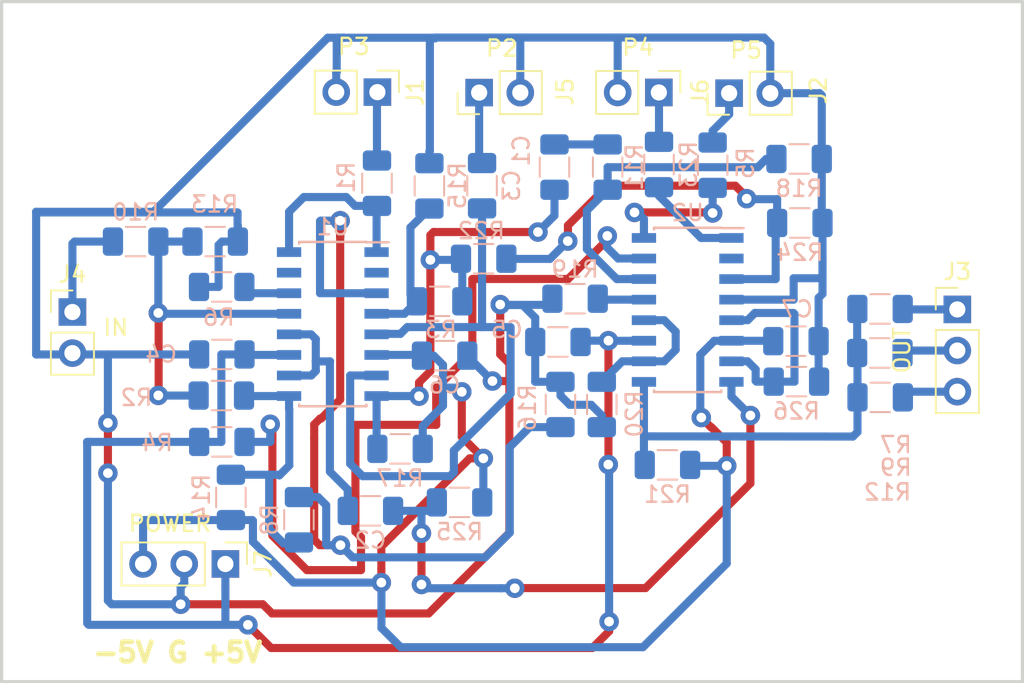
<source format=kicad_pcb>
(kicad_pcb (version 20171130) (host pcbnew "(5.0.2)-1")

  (general
    (thickness 1.6)
    (drawings 5)
    (tracks 408)
    (zones 0)
    (modules 42)
    (nets 35)
  )

  (page A4)
  (layers
    (0 F.Cu signal)
    (31 B.Cu signal)
    (32 B.Adhes user hide)
    (33 F.Adhes user hide)
    (34 B.Paste user hide)
    (35 F.Paste user hide)
    (36 B.SilkS user)
    (37 F.SilkS user)
    (38 B.Mask user hide)
    (39 F.Mask user hide)
    (40 Dwgs.User user hide)
    (41 Cmts.User user hide)
    (42 Eco1.User user hide)
    (43 Eco2.User user hide)
    (44 Edge.Cuts user)
    (45 Margin user hide)
    (46 B.CrtYd user)
    (47 F.CrtYd user)
    (48 B.Fab user hide)
    (49 F.Fab user)
  )

  (setup
    (last_trace_width 0.5)
    (trace_clearance 0.2)
    (zone_clearance 0.508)
    (zone_45_only no)
    (trace_min 0.2)
    (segment_width 0.2)
    (edge_width 0.1)
    (via_size 1.2)
    (via_drill 0.6)
    (via_min_size 0.4)
    (via_min_drill 0.3)
    (uvia_size 0.3)
    (uvia_drill 0.1)
    (uvias_allowed no)
    (uvia_min_size 0.2)
    (uvia_min_drill 0.1)
    (pcb_text_width 0.3)
    (pcb_text_size 1.5 1.5)
    (mod_edge_width 0.15)
    (mod_text_size 1 1)
    (mod_text_width 0.15)
    (pad_size 1.5 1.5)
    (pad_drill 0.6)
    (pad_to_mask_clearance 0)
    (solder_mask_min_width 0.5)
    (aux_axis_origin 0 0)
    (visible_elements 7FFFFFFF)
    (pcbplotparams
      (layerselection 0x010f0_ffffffff)
      (usegerberextensions false)
      (usegerberattributes false)
      (usegerberadvancedattributes false)
      (creategerberjobfile false)
      (excludeedgelayer false)
      (linewidth 0.100000)
      (plotframeref false)
      (viasonmask true)
      (mode 1)
      (useauxorigin false)
      (hpglpennumber 1)
      (hpglpenspeed 20)
      (hpglpendiameter 15.000000)
      (psnegative false)
      (psa4output false)
      (plotreference false)
      (plotvalue false)
      (plotinvisibletext false)
      (padsonsilk false)
      (subtractmaskfromsilk false)
      (outputformat 1)
      (mirror false)
      (drillshape 0)
      (scaleselection 1)
      (outputdirectory "gerber/"))
  )

  (net 0 "")
  (net 1 "Net-(C1-Pad1)")
  (net 2 "Net-(C1-Pad2)")
  (net 3 "Net-(C2-Pad1)")
  (net 4 "Net-(C2-Pad2)")
  (net 5 "Net-(C3-Pad2)")
  (net 6 "Net-(C3-Pad1)")
  (net 7 GND)
  (net 8 +5V)
  (net 9 -5V)
  (net 10 "Net-(J1-Pad1)")
  (net 11 "Net-(J2-Pad1)")
  (net 12 "Net-(J3-Pad3)")
  (net 13 "Net-(J3-Pad2)")
  (net 14 "Net-(J3-Pad1)")
  (net 15 "Net-(J4-Pad1)")
  (net 16 "Net-(J6-Pad1)")
  (net 17 "Net-(R1-Pad1)")
  (net 18 "Net-(R14-Pad1)")
  (net 19 "Net-(R10-Pad1)")
  (net 20 "Net-(R15-Pad1)")
  (net 21 "Net-(R4-Pad2)")
  (net 22 "Net-(R5-Pad2)")
  (net 23 "Net-(R6-Pad1)")
  (net 24 "Net-(R12-Pad2)")
  (net 25 "Net-(R16-Pad1)")
  (net 26 "Net-(R11-Pad1)")
  (net 27 "Net-(R19-Pad1)")
  (net 28 "Net-(R20-Pad1)")
  (net 29 "Net-(R22-Pad2)")
  (net 30 "Net-(R23-Pad1)")
  (net 31 "Net-(R26-Pad1)")
  (net 32 "Net-(U1-Pad15)")
  (net 33 "Net-(U1-Pad2)")
  (net 34 "Net-(U2-Pad2)")

  (net_class Default "Это класс цепей по умолчанию."
    (clearance 0.2)
    (trace_width 0.5)
    (via_dia 1.2)
    (via_drill 0.6)
    (uvia_dia 0.3)
    (uvia_drill 0.1)
    (add_net "Net-(C1-Pad1)")
    (add_net "Net-(C1-Pad2)")
    (add_net "Net-(C2-Pad1)")
    (add_net "Net-(C2-Pad2)")
    (add_net "Net-(C3-Pad1)")
    (add_net "Net-(C3-Pad2)")
    (add_net "Net-(J1-Pad1)")
    (add_net "Net-(J2-Pad1)")
    (add_net "Net-(J3-Pad1)")
    (add_net "Net-(J3-Pad2)")
    (add_net "Net-(J3-Pad3)")
    (add_net "Net-(J4-Pad1)")
    (add_net "Net-(J6-Pad1)")
    (add_net "Net-(R1-Pad1)")
    (add_net "Net-(R10-Pad1)")
    (add_net "Net-(R11-Pad1)")
    (add_net "Net-(R12-Pad2)")
    (add_net "Net-(R14-Pad1)")
    (add_net "Net-(R15-Pad1)")
    (add_net "Net-(R16-Pad1)")
    (add_net "Net-(R19-Pad1)")
    (add_net "Net-(R20-Pad1)")
    (add_net "Net-(R22-Pad2)")
    (add_net "Net-(R23-Pad1)")
    (add_net "Net-(R26-Pad1)")
    (add_net "Net-(R4-Pad2)")
    (add_net "Net-(R5-Pad2)")
    (add_net "Net-(R6-Pad1)")
    (add_net "Net-(U1-Pad15)")
    (add_net "Net-(U1-Pad2)")
    (add_net "Net-(U2-Pad2)")
  )

  (net_class power ""
    (clearance 0.2)
    (trace_width 0.5)
    (via_dia 1.2)
    (via_drill 0.6)
    (uvia_dia 0.3)
    (uvia_drill 0.1)
    (add_net +5V)
    (add_net -5V)
    (add_net GND)
  )

  (module footprint:R_1206 (layer B.Cu) (tedit 5B301BBD) (tstamp 5CA4DFCC)
    (at 38.35 52 270)
    (descr "Resistor SMD 1206 (3216 Metric), square (rectangular) end terminal, IPC_7351 nominal, (Body size source: http://www.tortai-tech.com/upload/download/2011102023233369053.pdf), generated with kicad-footprint-generator")
    (tags resistor)
    (path /5CA46EFA)
    (attr smd)
    (fp_text reference R8 (at 0 1.82 270) (layer B.SilkS)
      (effects (font (size 1 1) (thickness 0.15)) (justify mirror))
    )
    (fp_text value 10K (at 0 -1.82 270) (layer B.Fab)
      (effects (font (size 1 1) (thickness 0.15)) (justify mirror))
    )
    (fp_text user %R (at 0 0 270) (layer B.Fab)
      (effects (font (size 0.8 0.8) (thickness 0.12)) (justify mirror))
    )
    (fp_line (start 2.28 -1.12) (end -2.28 -1.12) (layer B.CrtYd) (width 0.05))
    (fp_line (start 2.28 1.12) (end 2.28 -1.12) (layer B.CrtYd) (width 0.05))
    (fp_line (start -2.28 1.12) (end 2.28 1.12) (layer B.CrtYd) (width 0.05))
    (fp_line (start -2.28 -1.12) (end -2.28 1.12) (layer B.CrtYd) (width 0.05))
    (fp_line (start -0.602064 -0.91) (end 0.602064 -0.91) (layer B.SilkS) (width 0.12))
    (fp_line (start -0.602064 0.91) (end 0.602064 0.91) (layer B.SilkS) (width 0.12))
    (fp_line (start 1.6 -0.8) (end -1.6 -0.8) (layer B.Fab) (width 0.1))
    (fp_line (start 1.6 0.8) (end 1.6 -0.8) (layer B.Fab) (width 0.1))
    (fp_line (start -1.6 0.8) (end 1.6 0.8) (layer B.Fab) (width 0.1))
    (fp_line (start -1.6 -0.8) (end -1.6 0.8) (layer B.Fab) (width 0.1))
    (pad 2 smd roundrect (at 1.4 0 270) (size 1.25 1.75) (layers B.Cu B.Paste B.Mask) (roundrect_rratio 0.2)
      (net 18 "Net-(R14-Pad1)"))
    (pad 1 smd roundrect (at -1.4 0 270) (size 1.25 1.75) (layers B.Cu B.Paste B.Mask) (roundrect_rratio 0.2)
      (net 25 "Net-(R16-Pad1)"))
    (model ${KIPRJMOD}/footprint/3d/R_1206.step
      (at (xyz 0 0 0))
      (scale (xyz 1 1 1))
      (rotate (xyz 0 0 0))
    )
  )

  (module footprint:SOIC-16 (layer B.Cu) (tedit 5CA47573) (tstamp 5CA4E148)
    (at 62.34 39.04 180)
    (descr "16-Lead Plastic Small Outline (SL) - Narrow, 3.90 mm Body [SOIC] (see Microchip Packaging Specification 00000049BS.pdf)")
    (tags "SOIC 1.27")
    (path /5CA42C53)
    (attr smd)
    (fp_text reference U2 (at 0 6 180) (layer B.SilkS)
      (effects (font (size 1 1) (thickness 0.15)) (justify mirror))
    )
    (fp_text value LM13700 (at 0 -6 180) (layer B.Fab)
      (effects (font (size 1 1) (thickness 0.15)) (justify mirror))
    )
    (fp_text user %R (at 0 0 180) (layer B.Fab)
      (effects (font (size 0.9 0.9) (thickness 0.135)) (justify mirror))
    )
    (fp_line (start -0.95 4.95) (end 1.95 4.95) (layer B.Fab) (width 0.15))
    (fp_line (start 1.95 4.95) (end 1.95 -4.95) (layer B.Fab) (width 0.15))
    (fp_line (start 1.95 -4.95) (end -1.95 -4.95) (layer B.Fab) (width 0.15))
    (fp_line (start -1.95 -4.95) (end -1.95 3.95) (layer B.Fab) (width 0.15))
    (fp_line (start -1.95 3.95) (end -0.95 4.95) (layer B.Fab) (width 0.15))
    (fp_line (start -3.7 5.25) (end -3.7 -5.25) (layer B.CrtYd) (width 0.05))
    (fp_line (start 3.7 5.25) (end 3.7 -5.25) (layer B.CrtYd) (width 0.05))
    (fp_line (start -3.7 5.25) (end 3.7 5.25) (layer B.CrtYd) (width 0.05))
    (fp_line (start -3.7 -5.25) (end 3.7 -5.25) (layer B.CrtYd) (width 0.05))
    (fp_line (start -2.075 5.075) (end -2.075 5.05) (layer B.SilkS) (width 0.15))
    (fp_line (start 2.075 5.075) (end 2.075 4.97) (layer B.SilkS) (width 0.15))
    (fp_line (start 2.075 -5.075) (end 2.075 -4.97) (layer B.SilkS) (width 0.15))
    (fp_line (start -2.075 -5.075) (end -2.075 -4.97) (layer B.SilkS) (width 0.15))
    (fp_line (start -2.075 5.075) (end 2.075 5.075) (layer B.SilkS) (width 0.15))
    (fp_line (start -2.075 -5.075) (end 2.075 -5.075) (layer B.SilkS) (width 0.15))
    (fp_line (start -2.075 5.05) (end -3.45 5.05) (layer B.SilkS) (width 0.15))
    (pad 1 smd rect (at -2.7 4.445 180) (size 1.5 0.6) (layers B.Cu B.Paste B.Mask)
      (net 30 "Net-(R23-Pad1)"))
    (pad 2 smd rect (at -2.7 3.175 180) (size 1.5 0.6) (layers B.Cu B.Paste B.Mask)
      (net 34 "Net-(U2-Pad2)"))
    (pad 3 smd rect (at -2.7 1.905 180) (size 1.5 0.6) (layers B.Cu B.Paste B.Mask)
      (net 29 "Net-(R22-Pad2)"))
    (pad 4 smd rect (at -2.7 0.635 180) (size 1.5 0.6) (layers B.Cu B.Paste B.Mask)
      (net 7 GND))
    (pad 5 smd rect (at -2.7 -0.635 180) (size 1.5 0.6) (layers B.Cu B.Paste B.Mask)
      (net 31 "Net-(R26-Pad1)"))
    (pad 6 smd rect (at -2.7 -1.905 180) (size 1.5 0.6) (layers B.Cu B.Paste B.Mask)
      (net 9 -5V))
    (pad 7 smd rect (at -2.7 -3.175 180) (size 1.5 0.6) (layers B.Cu B.Paste B.Mask)
      (net 31 "Net-(R26-Pad1)"))
    (pad 8 smd rect (at -2.7 -4.445 180) (size 1.5 0.6) (layers B.Cu B.Paste B.Mask)
      (net 4 "Net-(C2-Pad2)"))
    (pad 9 smd rect (at 2.7 -4.445 180) (size 1.5 0.6) (layers B.Cu B.Paste B.Mask)
      (net 24 "Net-(R12-Pad2)"))
    (pad 10 smd rect (at 2.7 -3.175 180) (size 1.5 0.6) (layers B.Cu B.Paste B.Mask)
      (net 28 "Net-(R20-Pad1)"))
    (pad 11 smd rect (at 2.7 -1.905 180) (size 1.5 0.6) (layers B.Cu B.Paste B.Mask)
      (net 8 +5V))
    (pad 12 smd rect (at 2.7 -0.635 180) (size 1.5 0.6) (layers B.Cu B.Paste B.Mask)
      (net 28 "Net-(R20-Pad1)"))
    (pad 13 smd rect (at 2.7 0.635 180) (size 1.5 0.6) (layers B.Cu B.Paste B.Mask)
      (net 27 "Net-(R19-Pad1)"))
    (pad 14 smd rect (at 2.7 1.905 180) (size 1.5 0.6) (layers B.Cu B.Paste B.Mask)
      (net 26 "Net-(R11-Pad1)"))
    (pad 15 smd rect (at 2.7 3.175 180) (size 1.5 0.6) (layers B.Cu B.Paste B.Mask)
      (net 21 "Net-(R4-Pad2)"))
    (pad 16 smd rect (at 2.7 4.445 180) (size 1.5 0.6) (layers B.Cu B.Paste B.Mask)
      (net 22 "Net-(R5-Pad2)"))
    (model ${KIPRJMOD}/footprint/3d/SOIC-16.step
      (at (xyz 0 0 0))
      (scale (xyz 1 1 1))
      (rotate (xyz 0 0 0))
    )
  )

  (module footprint:C_1206 (layer B.Cu) (tedit 5CA474EB) (tstamp 5CA4DE42)
    (at 54.12 30.22 270)
    (descr "Capacitor SMD 1206 (3216 Metric), square (rectangular) end terminal, IPC_7351 nominal, (Body size source: http://www.tortai-tech.com/upload/download/2011102023233369053.pdf), generated with kicad-footprint-generator")
    (tags capacitor)
    (path /5CA48E3B)
    (attr smd)
    (fp_text reference C1 (at -1.01 2.05 270) (layer B.SilkS)
      (effects (font (size 1 1) (thickness 0.15)) (justify mirror))
    )
    (fp_text value 4,7uF (at 0 -1.82 270) (layer B.Fab)
      (effects (font (size 1 1) (thickness 0.15)) (justify mirror))
    )
    (fp_line (start -1.6 -0.8) (end -1.6 0.8) (layer B.Fab) (width 0.1))
    (fp_line (start -1.6 0.8) (end 1.6 0.8) (layer B.Fab) (width 0.1))
    (fp_line (start 1.6 0.8) (end 1.6 -0.8) (layer B.Fab) (width 0.1))
    (fp_line (start 1.6 -0.8) (end -1.6 -0.8) (layer B.Fab) (width 0.1))
    (fp_line (start -0.602064 0.91) (end 0.602064 0.91) (layer B.SilkS) (width 0.12))
    (fp_line (start -0.602064 -0.91) (end 0.602064 -0.91) (layer B.SilkS) (width 0.12))
    (fp_line (start -2.28 -1.12) (end -2.28 1.12) (layer B.CrtYd) (width 0.05))
    (fp_line (start -2.28 1.12) (end 2.28 1.12) (layer B.CrtYd) (width 0.05))
    (fp_line (start 2.28 1.12) (end 2.28 -1.12) (layer B.CrtYd) (width 0.05))
    (fp_line (start 2.28 -1.12) (end -2.28 -1.12) (layer B.CrtYd) (width 0.05))
    (fp_text user %R (at -0.121 1.669 270) (layer B.Fab)
      (effects (font (size 0.8 0.8) (thickness 0.12)) (justify mirror))
    )
    (pad 1 smd roundrect (at -1.4 0 270) (size 1.25 1.75) (layers B.Cu B.Paste B.Mask) (roundrect_rratio 0.2)
      (net 1 "Net-(C1-Pad1)"))
    (pad 2 smd roundrect (at 1.4 0 270) (size 1.25 1.75) (layers B.Cu B.Paste B.Mask) (roundrect_rratio 0.2)
      (net 2 "Net-(C1-Pad2)"))
    (model ${KIPRJMOD}/footprint/3d/C_1206_3216Metric.wrl
      (at (xyz 0 0 0))
      (scale (xyz 1 1 1))
      (rotate (xyz 0 0 0))
    )
    (model ${KIPRJMOD}/footprint/3d/C_1206.step
      (at (xyz 0 0 0))
      (scale (xyz 1 1 1))
      (rotate (xyz 0 0 0))
    )
  )

  (module footprint:C_1206 (layer B.Cu) (tedit 5CA474EB) (tstamp 5CA4DE53)
    (at 42.76 51.45)
    (descr "Capacitor SMD 1206 (3216 Metric), square (rectangular) end terminal, IPC_7351 nominal, (Body size source: http://www.tortai-tech.com/upload/download/2011102023233369053.pdf), generated with kicad-footprint-generator")
    (tags capacitor)
    (path /5CA4C524)
    (attr smd)
    (fp_text reference C2 (at 0 1.82) (layer B.SilkS)
      (effects (font (size 1 1) (thickness 0.15)) (justify mirror))
    )
    (fp_text value "2000 pF" (at 0 -1.82) (layer B.Fab)
      (effects (font (size 1 1) (thickness 0.15)) (justify mirror))
    )
    (fp_line (start -1.6 -0.8) (end -1.6 0.8) (layer B.Fab) (width 0.1))
    (fp_line (start -1.6 0.8) (end 1.6 0.8) (layer B.Fab) (width 0.1))
    (fp_line (start 1.6 0.8) (end 1.6 -0.8) (layer B.Fab) (width 0.1))
    (fp_line (start 1.6 -0.8) (end -1.6 -0.8) (layer B.Fab) (width 0.1))
    (fp_line (start -0.602064 0.91) (end 0.602064 0.91) (layer B.SilkS) (width 0.12))
    (fp_line (start -0.602064 -0.91) (end 0.602064 -0.91) (layer B.SilkS) (width 0.12))
    (fp_line (start -2.28 -1.12) (end -2.28 1.12) (layer B.CrtYd) (width 0.05))
    (fp_line (start -2.28 1.12) (end 2.28 1.12) (layer B.CrtYd) (width 0.05))
    (fp_line (start 2.28 1.12) (end 2.28 -1.12) (layer B.CrtYd) (width 0.05))
    (fp_line (start 2.28 -1.12) (end -2.28 -1.12) (layer B.CrtYd) (width 0.05))
    (fp_text user %R (at 0 0) (layer B.Fab)
      (effects (font (size 0.8 0.8) (thickness 0.12)) (justify mirror))
    )
    (pad 1 smd roundrect (at -1.4 0) (size 1.25 1.75) (layers B.Cu B.Paste B.Mask) (roundrect_rratio 0.2)
      (net 3 "Net-(C2-Pad1)"))
    (pad 2 smd roundrect (at 1.4 0) (size 1.25 1.75) (layers B.Cu B.Paste B.Mask) (roundrect_rratio 0.2)
      (net 4 "Net-(C2-Pad2)"))
    (model ${KIPRJMOD}/footprint/3d/C_1206_3216Metric.wrl
      (at (xyz 0 0 0))
      (scale (xyz 1 1 1))
      (rotate (xyz 0 0 0))
    )
    (model ${KIPRJMOD}/footprint/3d/C_1206.step
      (at (xyz 0 0 0))
      (scale (xyz 1 1 1))
      (rotate (xyz 0 0 0))
    )
  )

  (module footprint:C_1206 (layer B.Cu) (tedit 5CA474EB) (tstamp 5CA4DE64)
    (at 49.65 31.37 90)
    (descr "Capacitor SMD 1206 (3216 Metric), square (rectangular) end terminal, IPC_7351 nominal, (Body size source: http://www.tortai-tech.com/upload/download/2011102023233369053.pdf), generated with kicad-footprint-generator")
    (tags capacitor)
    (path /5CA500B3)
    (attr smd)
    (fp_text reference C3 (at 0 1.82 90) (layer B.SilkS)
      (effects (font (size 1 1) (thickness 0.15)) (justify mirror))
    )
    (fp_text value 2000pF (at 0 -1.82 90) (layer B.Fab)
      (effects (font (size 1 1) (thickness 0.15)) (justify mirror))
    )
    (fp_text user %R (at 0.001 1.785 90) (layer B.Fab)
      (effects (font (size 0.8 0.8) (thickness 0.12)) (justify mirror))
    )
    (fp_line (start 2.28 -1.12) (end -2.28 -1.12) (layer B.CrtYd) (width 0.05))
    (fp_line (start 2.28 1.12) (end 2.28 -1.12) (layer B.CrtYd) (width 0.05))
    (fp_line (start -2.28 1.12) (end 2.28 1.12) (layer B.CrtYd) (width 0.05))
    (fp_line (start -2.28 -1.12) (end -2.28 1.12) (layer B.CrtYd) (width 0.05))
    (fp_line (start -0.602064 -0.91) (end 0.602064 -0.91) (layer B.SilkS) (width 0.12))
    (fp_line (start -0.602064 0.91) (end 0.602064 0.91) (layer B.SilkS) (width 0.12))
    (fp_line (start 1.6 -0.8) (end -1.6 -0.8) (layer B.Fab) (width 0.1))
    (fp_line (start 1.6 0.8) (end 1.6 -0.8) (layer B.Fab) (width 0.1))
    (fp_line (start -1.6 0.8) (end 1.6 0.8) (layer B.Fab) (width 0.1))
    (fp_line (start -1.6 -0.8) (end -1.6 0.8) (layer B.Fab) (width 0.1))
    (pad 2 smd roundrect (at 1.4 0 90) (size 1.25 1.75) (layers B.Cu B.Paste B.Mask) (roundrect_rratio 0.2)
      (net 5 "Net-(C3-Pad2)"))
    (pad 1 smd roundrect (at -1.4 0 90) (size 1.25 1.75) (layers B.Cu B.Paste B.Mask) (roundrect_rratio 0.2)
      (net 6 "Net-(C3-Pad1)"))
    (model ${KIPRJMOD}/footprint/3d/C_1206_3216Metric.wrl
      (at (xyz 0 0 0))
      (scale (xyz 1 1 1))
      (rotate (xyz 0 0 0))
    )
    (model ${KIPRJMOD}/footprint/3d/C_1206.step
      (at (xyz 0 0 0))
      (scale (xyz 1 1 1))
      (rotate (xyz 0 0 0))
    )
  )

  (module footprint:C_1206 (layer B.Cu) (tedit 5CA474EB) (tstamp 5CA4DE75)
    (at 33.59 41.79)
    (descr "Capacitor SMD 1206 (3216 Metric), square (rectangular) end terminal, IPC_7351 nominal, (Body size source: http://www.tortai-tech.com/upload/download/2011102023233369053.pdf), generated with kicad-footprint-generator")
    (tags capacitor)
    (path /5CABB500)
    (attr smd)
    (fp_text reference C4 (at -3.745 -0.007) (layer B.SilkS)
      (effects (font (size 1 1) (thickness 0.15)) (justify mirror))
    )
    (fp_text value 0.1uF (at 0 -1.82) (layer B.Fab)
      (effects (font (size 1 1) (thickness 0.15)) (justify mirror))
    )
    (fp_line (start -1.6 -0.8) (end -1.6 0.8) (layer B.Fab) (width 0.1))
    (fp_line (start -1.6 0.8) (end 1.6 0.8) (layer B.Fab) (width 0.1))
    (fp_line (start 1.6 0.8) (end 1.6 -0.8) (layer B.Fab) (width 0.1))
    (fp_line (start 1.6 -0.8) (end -1.6 -0.8) (layer B.Fab) (width 0.1))
    (fp_line (start -0.602064 0.91) (end 0.602064 0.91) (layer B.SilkS) (width 0.12))
    (fp_line (start -0.602064 -0.91) (end 0.602064 -0.91) (layer B.SilkS) (width 0.12))
    (fp_line (start -2.28 -1.12) (end -2.28 1.12) (layer B.CrtYd) (width 0.05))
    (fp_line (start -2.28 1.12) (end 2.28 1.12) (layer B.CrtYd) (width 0.05))
    (fp_line (start 2.28 1.12) (end 2.28 -1.12) (layer B.CrtYd) (width 0.05))
    (fp_line (start 2.28 -1.12) (end -2.28 -1.12) (layer B.CrtYd) (width 0.05))
    (fp_text user %R (at 0 0) (layer B.Fab)
      (effects (font (size 0.8 0.8) (thickness 0.12)) (justify mirror))
    )
    (pad 1 smd roundrect (at -1.4 0) (size 1.25 1.75) (layers B.Cu B.Paste B.Mask) (roundrect_rratio 0.2)
      (net 7 GND))
    (pad 2 smd roundrect (at 1.4 0) (size 1.25 1.75) (layers B.Cu B.Paste B.Mask) (roundrect_rratio 0.2)
      (net 8 +5V))
    (model ${KIPRJMOD}/footprint/3d/C_1206_3216Metric.wrl
      (at (xyz 0 0 0))
      (scale (xyz 1 1 1))
      (rotate (xyz 0 0 0))
    )
    (model ${KIPRJMOD}/footprint/3d/C_1206.step
      (at (xyz 0 0 0))
      (scale (xyz 1 1 1))
      (rotate (xyz 0 0 0))
    )
  )

  (module footprint:C_1206 (layer B.Cu) (tedit 5CA474EB) (tstamp 5CA4DE86)
    (at 54.33 41.02)
    (descr "Capacitor SMD 1206 (3216 Metric), square (rectangular) end terminal, IPC_7351 nominal, (Body size source: http://www.tortai-tech.com/upload/download/2011102023233369053.pdf), generated with kicad-footprint-generator")
    (tags capacitor)
    (path /5CABB447)
    (attr smd)
    (fp_text reference C5 (at -3.149 -0.761) (layer B.SilkS)
      (effects (font (size 1 1) (thickness 0.15)) (justify mirror))
    )
    (fp_text value 0.1uF (at 0 -1.82) (layer B.Fab)
      (effects (font (size 1 1) (thickness 0.15)) (justify mirror))
    )
    (fp_text user %R (at 0.28 -1.65) (layer B.Fab)
      (effects (font (size 0.8 0.8) (thickness 0.12)) (justify mirror))
    )
    (fp_line (start 2.28 -1.12) (end -2.28 -1.12) (layer B.CrtYd) (width 0.05))
    (fp_line (start 2.28 1.12) (end 2.28 -1.12) (layer B.CrtYd) (width 0.05))
    (fp_line (start -2.28 1.12) (end 2.28 1.12) (layer B.CrtYd) (width 0.05))
    (fp_line (start -2.28 -1.12) (end -2.28 1.12) (layer B.CrtYd) (width 0.05))
    (fp_line (start -0.602064 -0.91) (end 0.602064 -0.91) (layer B.SilkS) (width 0.12))
    (fp_line (start -0.602064 0.91) (end 0.602064 0.91) (layer B.SilkS) (width 0.12))
    (fp_line (start 1.6 -0.8) (end -1.6 -0.8) (layer B.Fab) (width 0.1))
    (fp_line (start 1.6 0.8) (end 1.6 -0.8) (layer B.Fab) (width 0.1))
    (fp_line (start -1.6 0.8) (end 1.6 0.8) (layer B.Fab) (width 0.1))
    (fp_line (start -1.6 -0.8) (end -1.6 0.8) (layer B.Fab) (width 0.1))
    (pad 2 smd roundrect (at 1.4 0) (size 1.25 1.75) (layers B.Cu B.Paste B.Mask) (roundrect_rratio 0.2)
      (net 8 +5V))
    (pad 1 smd roundrect (at -1.4 0) (size 1.25 1.75) (layers B.Cu B.Paste B.Mask) (roundrect_rratio 0.2)
      (net 7 GND))
    (model ${KIPRJMOD}/footprint/3d/C_1206_3216Metric.wrl
      (at (xyz 0 0 0))
      (scale (xyz 1 1 1))
      (rotate (xyz 0 0 0))
    )
    (model ${KIPRJMOD}/footprint/3d/C_1206.step
      (at (xyz 0 0 0))
      (scale (xyz 1 1 1))
      (rotate (xyz 0 0 0))
    )
  )

  (module footprint:C_1206 (layer B.Cu) (tedit 5CA474EB) (tstamp 5CA4DE97)
    (at 47.34 41.865)
    (descr "Capacitor SMD 1206 (3216 Metric), square (rectangular) end terminal, IPC_7351 nominal, (Body size source: http://www.tortai-tech.com/upload/download/2011102023233369053.pdf), generated with kicad-footprint-generator")
    (tags capacitor)
    (path /5CABB5BE)
    (attr smd)
    (fp_text reference C6 (at 0 1.82) (layer B.SilkS)
      (effects (font (size 1 1) (thickness 0.15)) (justify mirror))
    )
    (fp_text value 0.1uF (at 0 -1.82) (layer B.Fab)
      (effects (font (size 1 1) (thickness 0.15)) (justify mirror))
    )
    (fp_text user %R (at 0 0) (layer B.Fab)
      (effects (font (size 0.8 0.8) (thickness 0.12)) (justify mirror))
    )
    (fp_line (start 2.28 -1.12) (end -2.28 -1.12) (layer B.CrtYd) (width 0.05))
    (fp_line (start 2.28 1.12) (end 2.28 -1.12) (layer B.CrtYd) (width 0.05))
    (fp_line (start -2.28 1.12) (end 2.28 1.12) (layer B.CrtYd) (width 0.05))
    (fp_line (start -2.28 -1.12) (end -2.28 1.12) (layer B.CrtYd) (width 0.05))
    (fp_line (start -0.602064 -0.91) (end 0.602064 -0.91) (layer B.SilkS) (width 0.12))
    (fp_line (start -0.602064 0.91) (end 0.602064 0.91) (layer B.SilkS) (width 0.12))
    (fp_line (start 1.6 -0.8) (end -1.6 -0.8) (layer B.Fab) (width 0.1))
    (fp_line (start 1.6 0.8) (end 1.6 -0.8) (layer B.Fab) (width 0.1))
    (fp_line (start -1.6 0.8) (end 1.6 0.8) (layer B.Fab) (width 0.1))
    (fp_line (start -1.6 -0.8) (end -1.6 0.8) (layer B.Fab) (width 0.1))
    (pad 2 smd roundrect (at 1.4 0) (size 1.25 1.75) (layers B.Cu B.Paste B.Mask) (roundrect_rratio 0.2)
      (net 7 GND))
    (pad 1 smd roundrect (at -1.4 0) (size 1.25 1.75) (layers B.Cu B.Paste B.Mask) (roundrect_rratio 0.2)
      (net 9 -5V))
    (model ${KIPRJMOD}/footprint/3d/C_1206_3216Metric.wrl
      (at (xyz 0 0 0))
      (scale (xyz 1 1 1))
      (rotate (xyz 0 0 0))
    )
    (model ${KIPRJMOD}/footprint/3d/C_1206.step
      (at (xyz 0 0 0))
      (scale (xyz 1 1 1))
      (rotate (xyz 0 0 0))
    )
  )

  (module footprint:C_1206 (layer B.Cu) (tedit 5CA474EB) (tstamp 5CA4DEA8)
    (at 69.02 40.97)
    (descr "Capacitor SMD 1206 (3216 Metric), square (rectangular) end terminal, IPC_7351 nominal, (Body size source: http://www.tortai-tech.com/upload/download/2011102023233369053.pdf), generated with kicad-footprint-generator")
    (tags capacitor)
    (path /5CABB685)
    (attr smd)
    (fp_text reference C7 (at 0.068 -1.981) (layer B.SilkS)
      (effects (font (size 1 1) (thickness 0.15)) (justify mirror))
    )
    (fp_text value 0.1uF (at 0 -1.82) (layer B.Fab)
      (effects (font (size 1 1) (thickness 0.15)) (justify mirror))
    )
    (fp_line (start -1.6 -0.8) (end -1.6 0.8) (layer B.Fab) (width 0.1))
    (fp_line (start -1.6 0.8) (end 1.6 0.8) (layer B.Fab) (width 0.1))
    (fp_line (start 1.6 0.8) (end 1.6 -0.8) (layer B.Fab) (width 0.1))
    (fp_line (start 1.6 -0.8) (end -1.6 -0.8) (layer B.Fab) (width 0.1))
    (fp_line (start -0.602064 0.91) (end 0.602064 0.91) (layer B.SilkS) (width 0.12))
    (fp_line (start -0.602064 -0.91) (end 0.602064 -0.91) (layer B.SilkS) (width 0.12))
    (fp_line (start -2.28 -1.12) (end -2.28 1.12) (layer B.CrtYd) (width 0.05))
    (fp_line (start -2.28 1.12) (end 2.28 1.12) (layer B.CrtYd) (width 0.05))
    (fp_line (start 2.28 1.12) (end 2.28 -1.12) (layer B.CrtYd) (width 0.05))
    (fp_line (start 2.28 -1.12) (end -2.28 -1.12) (layer B.CrtYd) (width 0.05))
    (fp_text user %R (at 0.322 4.369) (layer B.Fab)
      (effects (font (size 0.8 0.8) (thickness 0.12)) (justify mirror))
    )
    (pad 1 smd roundrect (at -1.4 0) (size 1.25 1.75) (layers B.Cu B.Paste B.Mask) (roundrect_rratio 0.2)
      (net 9 -5V))
    (pad 2 smd roundrect (at 1.4 0) (size 1.25 1.75) (layers B.Cu B.Paste B.Mask) (roundrect_rratio 0.2)
      (net 7 GND))
    (model ${KIPRJMOD}/footprint/3d/C_1206_3216Metric.wrl
      (at (xyz 0 0 0))
      (scale (xyz 1 1 1))
      (rotate (xyz 0 0 0))
    )
    (model ${KIPRJMOD}/footprint/3d/C_1206.step
      (at (xyz 0 0 0))
      (scale (xyz 1 1 1))
      (rotate (xyz 0 0 0))
    )
  )

  (module footprint:pin_1x2V (layer F.Cu) (tedit 5CA4EEEB) (tstamp 5CA4DEBE)
    (at 43.19 25.59 270)
    (descr "Through hole straight pin header, 1x02, 2.54mm pitch, single row")
    (tags "Through hole pin header THT 1x02 2.54mm single row")
    (path /5CA8299F)
    (fp_text reference J1 (at 0 -2.33 270) (layer F.SilkS)
      (effects (font (size 1 1) (thickness 0.15)))
    )
    (fp_text value P3 (at -2.81 1.46) (layer F.SilkS)
      (effects (font (size 1 1) (thickness 0.15)))
    )
    (fp_text user %R (at 0 1.27) (layer F.Fab)
      (effects (font (size 1 1) (thickness 0.15)))
    )
    (fp_line (start 1.8 -1.8) (end -1.8 -1.8) (layer F.CrtYd) (width 0.05))
    (fp_line (start 1.8 4.35) (end 1.8 -1.8) (layer F.CrtYd) (width 0.05))
    (fp_line (start -1.8 4.35) (end 1.8 4.35) (layer F.CrtYd) (width 0.05))
    (fp_line (start -1.8 -1.8) (end -1.8 4.35) (layer F.CrtYd) (width 0.05))
    (fp_line (start -1.33 -1.33) (end 0 -1.33) (layer F.SilkS) (width 0.12))
    (fp_line (start -1.33 0) (end -1.33 -1.33) (layer F.SilkS) (width 0.12))
    (fp_line (start -1.33 1.27) (end 1.33 1.27) (layer F.SilkS) (width 0.12))
    (fp_line (start 1.33 1.27) (end 1.33 3.87) (layer F.SilkS) (width 0.12))
    (fp_line (start -1.33 1.27) (end -1.33 3.87) (layer F.SilkS) (width 0.12))
    (fp_line (start -1.33 3.87) (end 1.33 3.87) (layer F.SilkS) (width 0.12))
    (fp_line (start -1.27 -0.635) (end -0.635 -1.27) (layer F.Fab) (width 0.1))
    (fp_line (start -1.27 3.81) (end -1.27 -0.635) (layer F.Fab) (width 0.1))
    (fp_line (start 1.27 3.81) (end -1.27 3.81) (layer F.Fab) (width 0.1))
    (fp_line (start 1.27 -1.27) (end 1.27 3.81) (layer F.Fab) (width 0.1))
    (fp_line (start -0.635 -1.27) (end 1.27 -1.27) (layer F.Fab) (width 0.1))
    (pad 2 thru_hole oval (at 0 2.54 270) (size 1.7 1.7) (drill 1) (layers *.Cu *.Mask)
      (net 7 GND))
    (pad 1 thru_hole rect (at 0 0 270) (size 1.7 1.7) (drill 1) (layers *.Cu *.Mask)
      (net 10 "Net-(J1-Pad1)"))
    (model ${KIPRJMOD}/footprint/3d/pin_1x2V.step
      (at (xyz 0 0 0))
      (scale (xyz 1 1 1))
      (rotate (xyz 0 0 0))
    )
  )

  (module footprint:pin_1x2V (layer F.Cu) (tedit 5CA4EF9B) (tstamp 5CA4DED4)
    (at 64.897 25.654 90)
    (descr "Through hole straight pin header, 1x02, 2.54mm pitch, single row")
    (tags "Through hole pin header THT 1x02 2.54mm single row")
    (path /5CA8D3C6)
    (fp_text reference J2 (at 0.17 5.51 90) (layer F.SilkS)
      (effects (font (size 1 1) (thickness 0.15)))
    )
    (fp_text value P5 (at 2.65 1.05 -180) (layer F.SilkS)
      (effects (font (size 1 1) (thickness 0.15)))
    )
    (fp_text user %R (at 0 1.27 -180) (layer F.Fab)
      (effects (font (size 1 1) (thickness 0.15)))
    )
    (fp_line (start 1.8 -1.8) (end -1.8 -1.8) (layer F.CrtYd) (width 0.05))
    (fp_line (start 1.8 4.35) (end 1.8 -1.8) (layer F.CrtYd) (width 0.05))
    (fp_line (start -1.8 4.35) (end 1.8 4.35) (layer F.CrtYd) (width 0.05))
    (fp_line (start -1.8 -1.8) (end -1.8 4.35) (layer F.CrtYd) (width 0.05))
    (fp_line (start -1.33 -1.33) (end 0 -1.33) (layer F.SilkS) (width 0.12))
    (fp_line (start -1.33 0) (end -1.33 -1.33) (layer F.SilkS) (width 0.12))
    (fp_line (start -1.33 1.27) (end 1.33 1.27) (layer F.SilkS) (width 0.12))
    (fp_line (start 1.33 1.27) (end 1.33 3.87) (layer F.SilkS) (width 0.12))
    (fp_line (start -1.33 1.27) (end -1.33 3.87) (layer F.SilkS) (width 0.12))
    (fp_line (start -1.33 3.87) (end 1.33 3.87) (layer F.SilkS) (width 0.12))
    (fp_line (start -1.27 -0.635) (end -0.635 -1.27) (layer F.Fab) (width 0.1))
    (fp_line (start -1.27 3.81) (end -1.27 -0.635) (layer F.Fab) (width 0.1))
    (fp_line (start 1.27 3.81) (end -1.27 3.81) (layer F.Fab) (width 0.1))
    (fp_line (start 1.27 -1.27) (end 1.27 3.81) (layer F.Fab) (width 0.1))
    (fp_line (start -0.635 -1.27) (end 1.27 -1.27) (layer F.Fab) (width 0.1))
    (pad 2 thru_hole oval (at 0 2.54 90) (size 1.7 1.7) (drill 1) (layers *.Cu *.Mask)
      (net 7 GND))
    (pad 1 thru_hole rect (at 0 0 90) (size 1.7 1.7) (drill 1) (layers *.Cu *.Mask)
      (net 11 "Net-(J2-Pad1)"))
    (model ${KIPRJMOD}/footprint/3d/pin_1x2V.step
      (at (xyz 0 0 0))
      (scale (xyz 1 1 1))
      (rotate (xyz 0 0 0))
    )
  )

  (module footprint:pin_1x3V (layer F.Cu) (tedit 5CA4EECE) (tstamp 5CA4DEEB)
    (at 78.98 39.01)
    (descr "Through hole straight pin header, 1x03, 2.54mm pitch, single row")
    (tags "Through hole pin header THT 1x03 2.54mm single row")
    (path /5CA92645)
    (fp_text reference J3 (at 0 -2.33) (layer F.SilkS)
      (effects (font (size 1 1) (thickness 0.15)))
    )
    (fp_text value OUT (at -3.415 2.519 90) (layer F.SilkS)
      (effects (font (size 1 1) (thickness 0.15)))
    )
    (fp_text user %R (at 0 2.54 90) (layer F.Fab)
      (effects (font (size 1 1) (thickness 0.15)))
    )
    (fp_line (start 1.8 -1.8) (end -1.8 -1.8) (layer F.CrtYd) (width 0.05))
    (fp_line (start 1.8 6.85) (end 1.8 -1.8) (layer F.CrtYd) (width 0.05))
    (fp_line (start -1.8 6.85) (end 1.8 6.85) (layer F.CrtYd) (width 0.05))
    (fp_line (start -1.8 -1.8) (end -1.8 6.85) (layer F.CrtYd) (width 0.05))
    (fp_line (start -1.33 -1.33) (end 0 -1.33) (layer F.SilkS) (width 0.12))
    (fp_line (start -1.33 0) (end -1.33 -1.33) (layer F.SilkS) (width 0.12))
    (fp_line (start -1.33 1.27) (end 1.33 1.27) (layer F.SilkS) (width 0.12))
    (fp_line (start 1.33 1.27) (end 1.33 6.41) (layer F.SilkS) (width 0.12))
    (fp_line (start -1.33 1.27) (end -1.33 6.41) (layer F.SilkS) (width 0.12))
    (fp_line (start -1.33 6.41) (end 1.33 6.41) (layer F.SilkS) (width 0.12))
    (fp_line (start -1.27 -0.635) (end -0.635 -1.27) (layer F.Fab) (width 0.1))
    (fp_line (start -1.27 6.35) (end -1.27 -0.635) (layer F.Fab) (width 0.1))
    (fp_line (start 1.27 6.35) (end -1.27 6.35) (layer F.Fab) (width 0.1))
    (fp_line (start 1.27 -1.27) (end 1.27 6.35) (layer F.Fab) (width 0.1))
    (fp_line (start -0.635 -1.27) (end 1.27 -1.27) (layer F.Fab) (width 0.1))
    (pad 3 thru_hole oval (at 0 5.08) (size 1.7 1.7) (drill 1) (layers *.Cu *.Mask)
      (net 12 "Net-(J3-Pad3)"))
    (pad 2 thru_hole oval (at 0 2.54) (size 1.7 1.7) (drill 1) (layers *.Cu *.Mask)
      (net 13 "Net-(J3-Pad2)"))
    (pad 1 thru_hole rect (at 0 0) (size 1.7 1.7) (drill 1) (layers *.Cu *.Mask)
      (net 14 "Net-(J3-Pad1)"))
    (model ${KIPRJMOD}/footprint/3d/pin_1x3V.step
      (at (xyz 0 0 0))
      (scale (xyz 1 1 1))
      (rotate (xyz 0 0 0))
    )
  )

  (module footprint:pin_1x2V (layer F.Cu) (tedit 5CA4EEF3) (tstamp 5CA4DF01)
    (at 24.37 39.17)
    (descr "Through hole straight pin header, 1x02, 2.54mm pitch, single row")
    (tags "Through hole pin header THT 1x02 2.54mm single row")
    (path /5CA79D07)
    (fp_text reference J4 (at 0 -2.33) (layer F.SilkS)
      (effects (font (size 1 1) (thickness 0.15)))
    )
    (fp_text value IN (at 2.681 0.962 180) (layer F.SilkS)
      (effects (font (size 1 1) (thickness 0.15)))
    )
    (fp_line (start -0.635 -1.27) (end 1.27 -1.27) (layer F.Fab) (width 0.1))
    (fp_line (start 1.27 -1.27) (end 1.27 3.81) (layer F.Fab) (width 0.1))
    (fp_line (start 1.27 3.81) (end -1.27 3.81) (layer F.Fab) (width 0.1))
    (fp_line (start -1.27 3.81) (end -1.27 -0.635) (layer F.Fab) (width 0.1))
    (fp_line (start -1.27 -0.635) (end -0.635 -1.27) (layer F.Fab) (width 0.1))
    (fp_line (start -1.33 3.87) (end 1.33 3.87) (layer F.SilkS) (width 0.12))
    (fp_line (start -1.33 1.27) (end -1.33 3.87) (layer F.SilkS) (width 0.12))
    (fp_line (start 1.33 1.27) (end 1.33 3.87) (layer F.SilkS) (width 0.12))
    (fp_line (start -1.33 1.27) (end 1.33 1.27) (layer F.SilkS) (width 0.12))
    (fp_line (start -1.33 0) (end -1.33 -1.33) (layer F.SilkS) (width 0.12))
    (fp_line (start -1.33 -1.33) (end 0 -1.33) (layer F.SilkS) (width 0.12))
    (fp_line (start -1.8 -1.8) (end -1.8 4.35) (layer F.CrtYd) (width 0.05))
    (fp_line (start -1.8 4.35) (end 1.8 4.35) (layer F.CrtYd) (width 0.05))
    (fp_line (start 1.8 4.35) (end 1.8 -1.8) (layer F.CrtYd) (width 0.05))
    (fp_line (start 1.8 -1.8) (end -1.8 -1.8) (layer F.CrtYd) (width 0.05))
    (fp_text user %R (at 0 1.27 90) (layer F.Fab)
      (effects (font (size 1 1) (thickness 0.15)))
    )
    (pad 1 thru_hole rect (at 0 0) (size 1.7 1.7) (drill 1) (layers *.Cu *.Mask)
      (net 15 "Net-(J4-Pad1)"))
    (pad 2 thru_hole oval (at 0 2.54) (size 1.7 1.7) (drill 1) (layers *.Cu *.Mask)
      (net 7 GND))
    (model ${KIPRJMOD}/footprint/3d/pin_1x2V.step
      (at (xyz 0 0 0))
      (scale (xyz 1 1 1))
      (rotate (xyz 0 0 0))
    )
  )

  (module footprint:pin_1x2V (layer F.Cu) (tedit 5CA4EEDF) (tstamp 5CA4DF17)
    (at 49.47 25.62 90)
    (descr "Through hole straight pin header, 1x02, 2.54mm pitch, single row")
    (tags "Through hole pin header THT 1x02 2.54mm single row")
    (path /5CA87E62)
    (fp_text reference J5 (at 0.05 5.31 90) (layer F.SilkS)
      (effects (font (size 1 1) (thickness 0.15)))
    )
    (fp_text value P2 (at 2.74 1.4) (layer F.SilkS)
      (effects (font (size 1 1) (thickness 0.15)))
    )
    (fp_line (start -0.635 -1.27) (end 1.27 -1.27) (layer F.Fab) (width 0.1))
    (fp_line (start 1.27 -1.27) (end 1.27 3.81) (layer F.Fab) (width 0.1))
    (fp_line (start 1.27 3.81) (end -1.27 3.81) (layer F.Fab) (width 0.1))
    (fp_line (start -1.27 3.81) (end -1.27 -0.635) (layer F.Fab) (width 0.1))
    (fp_line (start -1.27 -0.635) (end -0.635 -1.27) (layer F.Fab) (width 0.1))
    (fp_line (start -1.33 3.87) (end 1.33 3.87) (layer F.SilkS) (width 0.12))
    (fp_line (start -1.33 1.27) (end -1.33 3.87) (layer F.SilkS) (width 0.12))
    (fp_line (start 1.33 1.27) (end 1.33 3.87) (layer F.SilkS) (width 0.12))
    (fp_line (start -1.33 1.27) (end 1.33 1.27) (layer F.SilkS) (width 0.12))
    (fp_line (start -1.33 0) (end -1.33 -1.33) (layer F.SilkS) (width 0.12))
    (fp_line (start -1.33 -1.33) (end 0 -1.33) (layer F.SilkS) (width 0.12))
    (fp_line (start -1.8 -1.8) (end -1.8 4.35) (layer F.CrtYd) (width 0.05))
    (fp_line (start -1.8 4.35) (end 1.8 4.35) (layer F.CrtYd) (width 0.05))
    (fp_line (start 1.8 4.35) (end 1.8 -1.8) (layer F.CrtYd) (width 0.05))
    (fp_line (start 1.8 -1.8) (end -1.8 -1.8) (layer F.CrtYd) (width 0.05))
    (fp_text user %R (at 0 1.27 180) (layer F.Fab)
      (effects (font (size 1 1) (thickness 0.15)))
    )
    (pad 1 thru_hole rect (at 0 0 90) (size 1.7 1.7) (drill 1) (layers *.Cu *.Mask)
      (net 5 "Net-(C3-Pad2)"))
    (pad 2 thru_hole oval (at 0 2.54 90) (size 1.7 1.7) (drill 1) (layers *.Cu *.Mask)
      (net 7 GND))
    (model ${KIPRJMOD}/footprint/3d/pin_1x2V.step
      (at (xyz 0 0 0))
      (scale (xyz 1 1 1))
      (rotate (xyz 0 0 0))
    )
  )

  (module footprint:pin_1x2V (layer F.Cu) (tedit 5CA4EED7) (tstamp 5CA4DF2D)
    (at 60.56 25.61 270)
    (descr "Through hole straight pin header, 1x02, 2.54mm pitch, single row")
    (tags "Through hole pin header THT 1x02 2.54mm single row")
    (path /5CA9DDE3)
    (fp_text reference J6 (at 0.01 -2.55 270) (layer F.SilkS)
      (effects (font (size 1 1) (thickness 0.15)))
    )
    (fp_text value P4 (at -2.78 1.28) (layer F.SilkS)
      (effects (font (size 1 1) (thickness 0.15)))
    )
    (fp_line (start -0.635 -1.27) (end 1.27 -1.27) (layer F.Fab) (width 0.1))
    (fp_line (start 1.27 -1.27) (end 1.27 3.81) (layer F.Fab) (width 0.1))
    (fp_line (start 1.27 3.81) (end -1.27 3.81) (layer F.Fab) (width 0.1))
    (fp_line (start -1.27 3.81) (end -1.27 -0.635) (layer F.Fab) (width 0.1))
    (fp_line (start -1.27 -0.635) (end -0.635 -1.27) (layer F.Fab) (width 0.1))
    (fp_line (start -1.33 3.87) (end 1.33 3.87) (layer F.SilkS) (width 0.12))
    (fp_line (start -1.33 1.27) (end -1.33 3.87) (layer F.SilkS) (width 0.12))
    (fp_line (start 1.33 1.27) (end 1.33 3.87) (layer F.SilkS) (width 0.12))
    (fp_line (start -1.33 1.27) (end 1.33 1.27) (layer F.SilkS) (width 0.12))
    (fp_line (start -1.33 0) (end -1.33 -1.33) (layer F.SilkS) (width 0.12))
    (fp_line (start -1.33 -1.33) (end 0 -1.33) (layer F.SilkS) (width 0.12))
    (fp_line (start -1.8 -1.8) (end -1.8 4.35) (layer F.CrtYd) (width 0.05))
    (fp_line (start -1.8 4.35) (end 1.8 4.35) (layer F.CrtYd) (width 0.05))
    (fp_line (start 1.8 4.35) (end 1.8 -1.8) (layer F.CrtYd) (width 0.05))
    (fp_line (start 1.8 -1.8) (end -1.8 -1.8) (layer F.CrtYd) (width 0.05))
    (fp_text user %R (at 0 1.27) (layer F.Fab)
      (effects (font (size 1 1) (thickness 0.15)))
    )
    (pad 1 thru_hole rect (at 0 0 270) (size 1.7 1.7) (drill 1) (layers *.Cu *.Mask)
      (net 16 "Net-(J6-Pad1)"))
    (pad 2 thru_hole oval (at 0 2.54 270) (size 1.7 1.7) (drill 1) (layers *.Cu *.Mask)
      (net 7 GND))
    (model ${KIPRJMOD}/footprint/3d/pin_1x2V.step
      (at (xyz 0 0 0))
      (scale (xyz 1 1 1))
      (rotate (xyz 0 0 0))
    )
  )

  (module footprint:pin_1x3V (layer F.Cu) (tedit 5CA4EEFB) (tstamp 5CA4DF44)
    (at 33.81 54.73 270)
    (descr "Through hole straight pin header, 1x03, 2.54mm pitch, single row")
    (tags "Through hole pin header THT 1x03 2.54mm single row")
    (path /5CAAD5DD)
    (fp_text reference J7 (at 0 -2.33 270) (layer F.SilkS)
      (effects (font (size 1 1) (thickness 0.15)))
    )
    (fp_text value POWER (at -2.5 3.42) (layer F.SilkS)
      (effects (font (size 1 1) (thickness 0.15)))
    )
    (fp_line (start -0.635 -1.27) (end 1.27 -1.27) (layer F.Fab) (width 0.1))
    (fp_line (start 1.27 -1.27) (end 1.27 6.35) (layer F.Fab) (width 0.1))
    (fp_line (start 1.27 6.35) (end -1.27 6.35) (layer F.Fab) (width 0.1))
    (fp_line (start -1.27 6.35) (end -1.27 -0.635) (layer F.Fab) (width 0.1))
    (fp_line (start -1.27 -0.635) (end -0.635 -1.27) (layer F.Fab) (width 0.1))
    (fp_line (start -1.33 6.41) (end 1.33 6.41) (layer F.SilkS) (width 0.12))
    (fp_line (start -1.33 1.27) (end -1.33 6.41) (layer F.SilkS) (width 0.12))
    (fp_line (start 1.33 1.27) (end 1.33 6.41) (layer F.SilkS) (width 0.12))
    (fp_line (start -1.33 1.27) (end 1.33 1.27) (layer F.SilkS) (width 0.12))
    (fp_line (start -1.33 0) (end -1.33 -1.33) (layer F.SilkS) (width 0.12))
    (fp_line (start -1.33 -1.33) (end 0 -1.33) (layer F.SilkS) (width 0.12))
    (fp_line (start -1.8 -1.8) (end -1.8 6.85) (layer F.CrtYd) (width 0.05))
    (fp_line (start -1.8 6.85) (end 1.8 6.85) (layer F.CrtYd) (width 0.05))
    (fp_line (start 1.8 6.85) (end 1.8 -1.8) (layer F.CrtYd) (width 0.05))
    (fp_line (start 1.8 -1.8) (end -1.8 -1.8) (layer F.CrtYd) (width 0.05))
    (fp_text user %R (at 0 2.54) (layer F.Fab)
      (effects (font (size 1 1) (thickness 0.15)))
    )
    (pad 1 thru_hole rect (at 0 0 270) (size 1.7 1.7) (drill 1) (layers *.Cu *.Mask)
      (net 8 +5V))
    (pad 2 thru_hole oval (at 0 2.54 270) (size 1.7 1.7) (drill 1) (layers *.Cu *.Mask)
      (net 7 GND))
    (pad 3 thru_hole oval (at 0 5.08 270) (size 1.7 1.7) (drill 1) (layers *.Cu *.Mask)
      (net 9 -5V))
    (model ${KIPRJMOD}/footprint/3d/pin_1x3V.step
      (at (xyz 0 0 0))
      (scale (xyz 1 1 1))
      (rotate (xyz 0 0 0))
    )
  )

  (module footprint:R_1206 (layer B.Cu) (tedit 5B301BBD) (tstamp 5CA4DF55)
    (at 43.165 31.215 90)
    (descr "Resistor SMD 1206 (3216 Metric), square (rectangular) end terminal, IPC_7351 nominal, (Body size source: http://www.tortai-tech.com/upload/download/2011102023233369053.pdf), generated with kicad-footprint-generator")
    (tags resistor)
    (path /5CA521B1)
    (attr smd)
    (fp_text reference R1 (at 0.354 -1.89 90) (layer B.SilkS)
      (effects (font (size 1 1) (thickness 0.15)) (justify mirror))
    )
    (fp_text value 10K (at 0 -1.82 90) (layer B.Fab)
      (effects (font (size 1 1) (thickness 0.15)) (justify mirror))
    )
    (fp_line (start -1.6 -0.8) (end -1.6 0.8) (layer B.Fab) (width 0.1))
    (fp_line (start -1.6 0.8) (end 1.6 0.8) (layer B.Fab) (width 0.1))
    (fp_line (start 1.6 0.8) (end 1.6 -0.8) (layer B.Fab) (width 0.1))
    (fp_line (start 1.6 -0.8) (end -1.6 -0.8) (layer B.Fab) (width 0.1))
    (fp_line (start -0.602064 0.91) (end 0.602064 0.91) (layer B.SilkS) (width 0.12))
    (fp_line (start -0.602064 -0.91) (end 0.602064 -0.91) (layer B.SilkS) (width 0.12))
    (fp_line (start -2.28 -1.12) (end -2.28 1.12) (layer B.CrtYd) (width 0.05))
    (fp_line (start -2.28 1.12) (end 2.28 1.12) (layer B.CrtYd) (width 0.05))
    (fp_line (start 2.28 1.12) (end 2.28 -1.12) (layer B.CrtYd) (width 0.05))
    (fp_line (start 2.28 -1.12) (end -2.28 -1.12) (layer B.CrtYd) (width 0.05))
    (fp_text user %R (at 0 -1.636 90) (layer B.Fab)
      (effects (font (size 0.8 0.8) (thickness 0.12)) (justify mirror))
    )
    (pad 1 smd roundrect (at -1.4 0 90) (size 1.25 1.75) (layers B.Cu B.Paste B.Mask) (roundrect_rratio 0.2)
      (net 17 "Net-(R1-Pad1)"))
    (pad 2 smd roundrect (at 1.4 0 90) (size 1.25 1.75) (layers B.Cu B.Paste B.Mask) (roundrect_rratio 0.2)
      (net 10 "Net-(J1-Pad1)"))
    (model ${KIPRJMOD}/footprint/3d/R_1206.step
      (at (xyz 0 0 0))
      (scale (xyz 1 1 1))
      (rotate (xyz 0 0 0))
    )
  )

  (module footprint:R_1206 (layer B.Cu) (tedit 5B301BBD) (tstamp 5CA4DF66)
    (at 33.56 44.33 180)
    (descr "Resistor SMD 1206 (3216 Metric), square (rectangular) end terminal, IPC_7351 nominal, (Body size source: http://www.tortai-tech.com/upload/download/2011102023233369053.pdf), generated with kicad-footprint-generator")
    (tags resistor)
    (path /5CA46574)
    (attr smd)
    (fp_text reference R2 (at 5.239 -0.12 180) (layer B.SilkS)
      (effects (font (size 1 1) (thickness 0.15)) (justify mirror))
    )
    (fp_text value 10K (at 0 -1.82 180) (layer B.Fab)
      (effects (font (size 1 1) (thickness 0.15)) (justify mirror))
    )
    (fp_line (start -1.6 -0.8) (end -1.6 0.8) (layer B.Fab) (width 0.1))
    (fp_line (start -1.6 0.8) (end 1.6 0.8) (layer B.Fab) (width 0.1))
    (fp_line (start 1.6 0.8) (end 1.6 -0.8) (layer B.Fab) (width 0.1))
    (fp_line (start 1.6 -0.8) (end -1.6 -0.8) (layer B.Fab) (width 0.1))
    (fp_line (start -0.602064 0.91) (end 0.602064 0.91) (layer B.SilkS) (width 0.12))
    (fp_line (start -0.602064 -0.91) (end 0.602064 -0.91) (layer B.SilkS) (width 0.12))
    (fp_line (start -2.28 -1.12) (end -2.28 1.12) (layer B.CrtYd) (width 0.05))
    (fp_line (start -2.28 1.12) (end 2.28 1.12) (layer B.CrtYd) (width 0.05))
    (fp_line (start 2.28 1.12) (end 2.28 -1.12) (layer B.CrtYd) (width 0.05))
    (fp_line (start 2.28 -1.12) (end -2.28 -1.12) (layer B.CrtYd) (width 0.05))
    (fp_text user %R (at 0 0 180) (layer B.Fab)
      (effects (font (size 0.8 0.8) (thickness 0.12)) (justify mirror))
    )
    (pad 1 smd roundrect (at -1.4 0 180) (size 1.25 1.75) (layers B.Cu B.Paste B.Mask) (roundrect_rratio 0.2)
      (net 18 "Net-(R14-Pad1)"))
    (pad 2 smd roundrect (at 1.4 0 180) (size 1.25 1.75) (layers B.Cu B.Paste B.Mask) (roundrect_rratio 0.2)
      (net 19 "Net-(R10-Pad1)"))
    (model ${KIPRJMOD}/footprint/3d/R_1206.step
      (at (xyz 0 0 0))
      (scale (xyz 1 1 1))
      (rotate (xyz 0 0 0))
    )
  )

  (module footprint:R_1206 (layer B.Cu) (tedit 5B301BBD) (tstamp 5CA4DF77)
    (at 47.03 38.51 180)
    (descr "Resistor SMD 1206 (3216 Metric), square (rectangular) end terminal, IPC_7351 nominal, (Body size source: http://www.tortai-tech.com/upload/download/2011102023233369053.pdf), generated with kicad-footprint-generator")
    (tags resistor)
    (path /5CA47872)
    (attr smd)
    (fp_text reference R3 (at -0.087 -1.749 180) (layer B.SilkS)
      (effects (font (size 1 1) (thickness 0.15)) (justify mirror))
    )
    (fp_text value 10K (at 0 -1.82 180) (layer B.Fab)
      (effects (font (size 1 1) (thickness 0.15)) (justify mirror))
    )
    (fp_text user %R (at 0 0 180) (layer B.Fab)
      (effects (font (size 0.8 0.8) (thickness 0.12)) (justify mirror))
    )
    (fp_line (start 2.28 -1.12) (end -2.28 -1.12) (layer B.CrtYd) (width 0.05))
    (fp_line (start 2.28 1.12) (end 2.28 -1.12) (layer B.CrtYd) (width 0.05))
    (fp_line (start -2.28 1.12) (end 2.28 1.12) (layer B.CrtYd) (width 0.05))
    (fp_line (start -2.28 -1.12) (end -2.28 1.12) (layer B.CrtYd) (width 0.05))
    (fp_line (start -0.602064 -0.91) (end 0.602064 -0.91) (layer B.SilkS) (width 0.12))
    (fp_line (start -0.602064 0.91) (end 0.602064 0.91) (layer B.SilkS) (width 0.12))
    (fp_line (start 1.6 -0.8) (end -1.6 -0.8) (layer B.Fab) (width 0.1))
    (fp_line (start 1.6 0.8) (end 1.6 -0.8) (layer B.Fab) (width 0.1))
    (fp_line (start -1.6 0.8) (end 1.6 0.8) (layer B.Fab) (width 0.1))
    (fp_line (start -1.6 -0.8) (end -1.6 0.8) (layer B.Fab) (width 0.1))
    (pad 2 smd roundrect (at 1.4 0 180) (size 1.25 1.75) (layers B.Cu B.Paste B.Mask) (roundrect_rratio 0.2)
      (net 20 "Net-(R15-Pad1)"))
    (pad 1 smd roundrect (at -1.4 0 180) (size 1.25 1.75) (layers B.Cu B.Paste B.Mask) (roundrect_rratio 0.2)
      (net 2 "Net-(C1-Pad2)"))
    (model ${KIPRJMOD}/footprint/3d/R_1206.step
      (at (xyz 0 0 0))
      (scale (xyz 1 1 1))
      (rotate (xyz 0 0 0))
    )
  )

  (module footprint:R_1206 (layer B.Cu) (tedit 5B301BBD) (tstamp 5CA4DF88)
    (at 33.59 47.19)
    (descr "Resistor SMD 1206 (3216 Metric), square (rectangular) end terminal, IPC_7351 nominal, (Body size source: http://www.tortai-tech.com/upload/download/2011102023233369053.pdf), generated with kicad-footprint-generator")
    (tags resistor)
    (path /5CA4A0BC)
    (attr smd)
    (fp_text reference R4 (at -3.999 0.054) (layer B.SilkS)
      (effects (font (size 1 1) (thickness 0.15)) (justify mirror))
    )
    (fp_text value 10K (at 0 -1.82) (layer B.Fab)
      (effects (font (size 1 1) (thickness 0.15)) (justify mirror))
    )
    (fp_line (start -1.6 -0.8) (end -1.6 0.8) (layer B.Fab) (width 0.1))
    (fp_line (start -1.6 0.8) (end 1.6 0.8) (layer B.Fab) (width 0.1))
    (fp_line (start 1.6 0.8) (end 1.6 -0.8) (layer B.Fab) (width 0.1))
    (fp_line (start 1.6 -0.8) (end -1.6 -0.8) (layer B.Fab) (width 0.1))
    (fp_line (start -0.602064 0.91) (end 0.602064 0.91) (layer B.SilkS) (width 0.12))
    (fp_line (start -0.602064 -0.91) (end 0.602064 -0.91) (layer B.SilkS) (width 0.12))
    (fp_line (start -2.28 -1.12) (end -2.28 1.12) (layer B.CrtYd) (width 0.05))
    (fp_line (start -2.28 1.12) (end 2.28 1.12) (layer B.CrtYd) (width 0.05))
    (fp_line (start 2.28 1.12) (end 2.28 -1.12) (layer B.CrtYd) (width 0.05))
    (fp_line (start 2.28 -1.12) (end -2.28 -1.12) (layer B.CrtYd) (width 0.05))
    (fp_text user %R (at 0 0) (layer B.Fab)
      (effects (font (size 0.8 0.8) (thickness 0.12)) (justify mirror))
    )
    (pad 1 smd roundrect (at -1.4 0) (size 1.25 1.75) (layers B.Cu B.Paste B.Mask) (roundrect_rratio 0.2)
      (net 8 +5V))
    (pad 2 smd roundrect (at 1.4 0) (size 1.25 1.75) (layers B.Cu B.Paste B.Mask) (roundrect_rratio 0.2)
      (net 21 "Net-(R4-Pad2)"))
    (model ${KIPRJMOD}/footprint/3d/R_1206.step
      (at (xyz 0 0 0))
      (scale (xyz 1 1 1))
      (rotate (xyz 0 0 0))
    )
  )

  (module footprint:R_1206 (layer B.Cu) (tedit 5B301BBD) (tstamp 5CA5DDA7)
    (at 63.881 30.102 270)
    (descr "Resistor SMD 1206 (3216 Metric), square (rectangular) end terminal, IPC_7351 nominal, (Body size source: http://www.tortai-tech.com/upload/download/2011102023233369053.pdf), generated with kicad-footprint-generator")
    (tags resistor)
    (path /5CA4B5F9)
    (attr smd)
    (fp_text reference R5 (at -0.13 -2.032 270) (layer B.SilkS)
      (effects (font (size 1 1) (thickness 0.15)) (justify mirror))
    )
    (fp_text value 10K (at 0 -1.82 270) (layer B.Fab)
      (effects (font (size 1 1) (thickness 0.15)) (justify mirror))
    )
    (fp_line (start -1.6 -0.8) (end -1.6 0.8) (layer B.Fab) (width 0.1))
    (fp_line (start -1.6 0.8) (end 1.6 0.8) (layer B.Fab) (width 0.1))
    (fp_line (start 1.6 0.8) (end 1.6 -0.8) (layer B.Fab) (width 0.1))
    (fp_line (start 1.6 -0.8) (end -1.6 -0.8) (layer B.Fab) (width 0.1))
    (fp_line (start -0.602064 0.91) (end 0.602064 0.91) (layer B.SilkS) (width 0.12))
    (fp_line (start -0.602064 -0.91) (end 0.602064 -0.91) (layer B.SilkS) (width 0.12))
    (fp_line (start -2.28 -1.12) (end -2.28 1.12) (layer B.CrtYd) (width 0.05))
    (fp_line (start -2.28 1.12) (end 2.28 1.12) (layer B.CrtYd) (width 0.05))
    (fp_line (start 2.28 1.12) (end 2.28 -1.12) (layer B.CrtYd) (width 0.05))
    (fp_line (start 2.28 -1.12) (end -2.28 -1.12) (layer B.CrtYd) (width 0.05))
    (fp_text user %R (at -0.257 -1.905 270) (layer B.Fab)
      (effects (font (size 0.8 0.8) (thickness 0.12)) (justify mirror))
    )
    (pad 1 smd roundrect (at -1.4 0 270) (size 1.25 1.75) (layers B.Cu B.Paste B.Mask) (roundrect_rratio 0.2)
      (net 11 "Net-(J2-Pad1)"))
    (pad 2 smd roundrect (at 1.4 0 270) (size 1.25 1.75) (layers B.Cu B.Paste B.Mask) (roundrect_rratio 0.2)
      (net 22 "Net-(R5-Pad2)"))
    (model ${KIPRJMOD}/footprint/3d/R_1206.step
      (at (xyz 0 0 0))
      (scale (xyz 1 1 1))
      (rotate (xyz 0 0 0))
    )
  )

  (module footprint:R_1206 (layer B.Cu) (tedit 5B301BBD) (tstamp 5CA4DFAA)
    (at 33.58 37.62 180)
    (descr "Resistor SMD 1206 (3216 Metric), square (rectangular) end terminal, IPC_7351 nominal, (Body size source: http://www.tortai-tech.com/upload/download/2011102023233369053.pdf), generated with kicad-footprint-generator")
    (tags resistor)
    (path /5CA46419)
    (attr smd)
    (fp_text reference R6 (at 0.179 -1.877 180) (layer B.SilkS)
      (effects (font (size 1 1) (thickness 0.15)) (justify mirror))
    )
    (fp_text value 220R (at 0 -1.82 180) (layer B.Fab)
      (effects (font (size 1 1) (thickness 0.15)) (justify mirror))
    )
    (fp_text user %R (at 0 0 180) (layer B.Fab)
      (effects (font (size 0.8 0.8) (thickness 0.12)) (justify mirror))
    )
    (fp_line (start 2.28 -1.12) (end -2.28 -1.12) (layer B.CrtYd) (width 0.05))
    (fp_line (start 2.28 1.12) (end 2.28 -1.12) (layer B.CrtYd) (width 0.05))
    (fp_line (start -2.28 1.12) (end 2.28 1.12) (layer B.CrtYd) (width 0.05))
    (fp_line (start -2.28 -1.12) (end -2.28 1.12) (layer B.CrtYd) (width 0.05))
    (fp_line (start -0.602064 -0.91) (end 0.602064 -0.91) (layer B.SilkS) (width 0.12))
    (fp_line (start -0.602064 0.91) (end 0.602064 0.91) (layer B.SilkS) (width 0.12))
    (fp_line (start 1.6 -0.8) (end -1.6 -0.8) (layer B.Fab) (width 0.1))
    (fp_line (start 1.6 0.8) (end 1.6 -0.8) (layer B.Fab) (width 0.1))
    (fp_line (start -1.6 0.8) (end 1.6 0.8) (layer B.Fab) (width 0.1))
    (fp_line (start -1.6 -0.8) (end -1.6 0.8) (layer B.Fab) (width 0.1))
    (pad 2 smd roundrect (at 1.4 0 180) (size 1.25 1.75) (layers B.Cu B.Paste B.Mask) (roundrect_rratio 0.2)
      (net 7 GND))
    (pad 1 smd roundrect (at -1.4 0 180) (size 1.25 1.75) (layers B.Cu B.Paste B.Mask) (roundrect_rratio 0.2)
      (net 23 "Net-(R6-Pad1)"))
    (model ${KIPRJMOD}/footprint/3d/R_1206.step
      (at (xyz 0 0 0))
      (scale (xyz 1 1 1))
      (rotate (xyz 0 0 0))
    )
  )

  (module footprint:R_1206 (layer B.Cu) (tedit 5B301BBD) (tstamp 5CA4DFBB)
    (at 74.21 38.98 180)
    (descr "Resistor SMD 1206 (3216 Metric), square (rectangular) end terminal, IPC_7351 nominal, (Body size source: http://www.tortai-tech.com/upload/download/2011102023233369053.pdf), generated with kicad-footprint-generator")
    (tags resistor)
    (path /5CA4B700)
    (attr smd)
    (fp_text reference R7 (at -0.974 -8.391 180) (layer B.SilkS)
      (effects (font (size 1 1) (thickness 0.15)) (justify mirror))
    )
    (fp_text value 220R (at 0 -1.82 180) (layer B.Fab)
      (effects (font (size 1 1) (thickness 0.15)) (justify mirror))
    )
    (fp_text user %R (at -0.72 -9.026 180) (layer B.Fab)
      (effects (font (size 0.8 0.8) (thickness 0.12)) (justify mirror))
    )
    (fp_line (start 2.28 -1.12) (end -2.28 -1.12) (layer B.CrtYd) (width 0.05))
    (fp_line (start 2.28 1.12) (end 2.28 -1.12) (layer B.CrtYd) (width 0.05))
    (fp_line (start -2.28 1.12) (end 2.28 1.12) (layer B.CrtYd) (width 0.05))
    (fp_line (start -2.28 -1.12) (end -2.28 1.12) (layer B.CrtYd) (width 0.05))
    (fp_line (start -0.602064 -0.91) (end 0.602064 -0.91) (layer B.SilkS) (width 0.12))
    (fp_line (start -0.602064 0.91) (end 0.602064 0.91) (layer B.SilkS) (width 0.12))
    (fp_line (start 1.6 -0.8) (end -1.6 -0.8) (layer B.Fab) (width 0.1))
    (fp_line (start 1.6 0.8) (end 1.6 -0.8) (layer B.Fab) (width 0.1))
    (fp_line (start -1.6 0.8) (end 1.6 0.8) (layer B.Fab) (width 0.1))
    (fp_line (start -1.6 -0.8) (end -1.6 0.8) (layer B.Fab) (width 0.1))
    (pad 2 smd roundrect (at 1.4 0 180) (size 1.25 1.75) (layers B.Cu B.Paste B.Mask) (roundrect_rratio 0.2)
      (net 24 "Net-(R12-Pad2)"))
    (pad 1 smd roundrect (at -1.4 0 180) (size 1.25 1.75) (layers B.Cu B.Paste B.Mask) (roundrect_rratio 0.2)
      (net 14 "Net-(J3-Pad1)"))
    (model ${KIPRJMOD}/footprint/3d/R_1206.step
      (at (xyz 0 0 0))
      (scale (xyz 1 1 1))
      (rotate (xyz 0 0 0))
    )
  )

  (module footprint:R_1206 (layer B.Cu) (tedit 5B301BBD) (tstamp 5CA4DFDD)
    (at 74.2 41.7 180)
    (descr "Resistor SMD 1206 (3216 Metric), square (rectangular) end terminal, IPC_7351 nominal, (Body size source: http://www.tortai-tech.com/upload/download/2011102023233369053.pdf), generated with kicad-footprint-generator")
    (tags resistor)
    (path /5CA4B79D)
    (attr smd)
    (fp_text reference R9 (at -0.984 -7.068 180) (layer B.SilkS)
      (effects (font (size 1 1) (thickness 0.15)) (justify mirror))
    )
    (fp_text value 220R (at 0 -1.82 180) (layer B.Fab)
      (effects (font (size 1 1) (thickness 0.15)) (justify mirror))
    )
    (fp_line (start -1.6 -0.8) (end -1.6 0.8) (layer B.Fab) (width 0.1))
    (fp_line (start -1.6 0.8) (end 1.6 0.8) (layer B.Fab) (width 0.1))
    (fp_line (start 1.6 0.8) (end 1.6 -0.8) (layer B.Fab) (width 0.1))
    (fp_line (start 1.6 -0.8) (end -1.6 -0.8) (layer B.Fab) (width 0.1))
    (fp_line (start -0.602064 0.91) (end 0.602064 0.91) (layer B.SilkS) (width 0.12))
    (fp_line (start -0.602064 -0.91) (end 0.602064 -0.91) (layer B.SilkS) (width 0.12))
    (fp_line (start -2.28 -1.12) (end -2.28 1.12) (layer B.CrtYd) (width 0.05))
    (fp_line (start -2.28 1.12) (end 2.28 1.12) (layer B.CrtYd) (width 0.05))
    (fp_line (start 2.28 1.12) (end 2.28 -1.12) (layer B.CrtYd) (width 0.05))
    (fp_line (start 2.28 -1.12) (end -2.28 -1.12) (layer B.CrtYd) (width 0.05))
    (fp_text user %R (at -0.73 -7.576 180) (layer B.Fab)
      (effects (font (size 0.8 0.8) (thickness 0.12)) (justify mirror))
    )
    (pad 1 smd roundrect (at -1.4 0 180) (size 1.25 1.75) (layers B.Cu B.Paste B.Mask) (roundrect_rratio 0.2)
      (net 13 "Net-(J3-Pad2)"))
    (pad 2 smd roundrect (at 1.4 0 180) (size 1.25 1.75) (layers B.Cu B.Paste B.Mask) (roundrect_rratio 0.2)
      (net 24 "Net-(R12-Pad2)"))
    (model ${KIPRJMOD}/footprint/3d/R_1206.step
      (at (xyz 0 0 0))
      (scale (xyz 1 1 1))
      (rotate (xyz 0 0 0))
    )
  )

  (module footprint:R_1206 (layer B.Cu) (tedit 5B301BBD) (tstamp 5CA4DFEE)
    (at 28.27 34.82 180)
    (descr "Resistor SMD 1206 (3216 Metric), square (rectangular) end terminal, IPC_7351 nominal, (Body size source: http://www.tortai-tech.com/upload/download/2011102023233369053.pdf), generated with kicad-footprint-generator")
    (tags resistor)
    (path /5CA46522)
    (attr smd)
    (fp_text reference R10 (at 0 1.82 180) (layer B.SilkS)
      (effects (font (size 1 1) (thickness 0.15)) (justify mirror))
    )
    (fp_text value 10K (at 0 -1.82 180) (layer B.Fab)
      (effects (font (size 1 1) (thickness 0.15)) (justify mirror))
    )
    (fp_text user %R (at 0 0 180) (layer B.Fab)
      (effects (font (size 0.8 0.8) (thickness 0.12)) (justify mirror))
    )
    (fp_line (start 2.28 -1.12) (end -2.28 -1.12) (layer B.CrtYd) (width 0.05))
    (fp_line (start 2.28 1.12) (end 2.28 -1.12) (layer B.CrtYd) (width 0.05))
    (fp_line (start -2.28 1.12) (end 2.28 1.12) (layer B.CrtYd) (width 0.05))
    (fp_line (start -2.28 -1.12) (end -2.28 1.12) (layer B.CrtYd) (width 0.05))
    (fp_line (start -0.602064 -0.91) (end 0.602064 -0.91) (layer B.SilkS) (width 0.12))
    (fp_line (start -0.602064 0.91) (end 0.602064 0.91) (layer B.SilkS) (width 0.12))
    (fp_line (start 1.6 -0.8) (end -1.6 -0.8) (layer B.Fab) (width 0.1))
    (fp_line (start 1.6 0.8) (end 1.6 -0.8) (layer B.Fab) (width 0.1))
    (fp_line (start -1.6 0.8) (end 1.6 0.8) (layer B.Fab) (width 0.1))
    (fp_line (start -1.6 -0.8) (end -1.6 0.8) (layer B.Fab) (width 0.1))
    (pad 2 smd roundrect (at 1.4 0 180) (size 1.25 1.75) (layers B.Cu B.Paste B.Mask) (roundrect_rratio 0.2)
      (net 15 "Net-(J4-Pad1)"))
    (pad 1 smd roundrect (at -1.4 0 180) (size 1.25 1.75) (layers B.Cu B.Paste B.Mask) (roundrect_rratio 0.2)
      (net 19 "Net-(R10-Pad1)"))
    (model ${KIPRJMOD}/footprint/3d/R_1206.step
      (at (xyz 0 0 0))
      (scale (xyz 1 1 1))
      (rotate (xyz 0 0 0))
    )
  )

  (module footprint:R_1206 (layer B.Cu) (tedit 5B301BBD) (tstamp 5CA4DFFF)
    (at 57.4 30.22 90)
    (descr "Resistor SMD 1206 (3216 Metric), square (rectangular) end terminal, IPC_7351 nominal, (Body size source: http://www.tortai-tech.com/upload/download/2011102023233369053.pdf), generated with kicad-footprint-generator")
    (tags resistor)
    (path /5CA47E77)
    (attr smd)
    (fp_text reference R11 (at 0 1.655 90) (layer B.SilkS)
      (effects (font (size 1 1) (thickness 0.15)) (justify mirror))
    )
    (fp_text value 10K (at 0 -1.82 90) (layer B.Fab)
      (effects (font (size 1 1) (thickness 0.15)) (justify mirror))
    )
    (fp_text user %R (at 0.121 1.528 90) (layer B.Fab)
      (effects (font (size 0.8 0.8) (thickness 0.12)) (justify mirror))
    )
    (fp_line (start 2.28 -1.12) (end -2.28 -1.12) (layer B.CrtYd) (width 0.05))
    (fp_line (start 2.28 1.12) (end 2.28 -1.12) (layer B.CrtYd) (width 0.05))
    (fp_line (start -2.28 1.12) (end 2.28 1.12) (layer B.CrtYd) (width 0.05))
    (fp_line (start -2.28 -1.12) (end -2.28 1.12) (layer B.CrtYd) (width 0.05))
    (fp_line (start -0.602064 -0.91) (end 0.602064 -0.91) (layer B.SilkS) (width 0.12))
    (fp_line (start -0.602064 0.91) (end 0.602064 0.91) (layer B.SilkS) (width 0.12))
    (fp_line (start 1.6 -0.8) (end -1.6 -0.8) (layer B.Fab) (width 0.1))
    (fp_line (start 1.6 0.8) (end 1.6 -0.8) (layer B.Fab) (width 0.1))
    (fp_line (start -1.6 0.8) (end 1.6 0.8) (layer B.Fab) (width 0.1))
    (fp_line (start -1.6 -0.8) (end -1.6 0.8) (layer B.Fab) (width 0.1))
    (pad 2 smd roundrect (at 1.4 0 90) (size 1.25 1.75) (layers B.Cu B.Paste B.Mask) (roundrect_rratio 0.2)
      (net 1 "Net-(C1-Pad1)"))
    (pad 1 smd roundrect (at -1.4 0 90) (size 1.25 1.75) (layers B.Cu B.Paste B.Mask) (roundrect_rratio 0.2)
      (net 26 "Net-(R11-Pad1)"))
    (model ${KIPRJMOD}/footprint/3d/R_1206.step
      (at (xyz 0 0 0))
      (scale (xyz 1 1 1))
      (rotate (xyz 0 0 0))
    )
  )

  (module footprint:R_1206 (layer B.Cu) (tedit 5B301BBD) (tstamp 5CA4E010)
    (at 74.22 44.44 180)
    (descr "Resistor SMD 1206 (3216 Metric), square (rectangular) end terminal, IPC_7351 nominal, (Body size source: http://www.tortai-tech.com/upload/download/2011102023233369053.pdf), generated with kicad-footprint-generator")
    (tags resistor)
    (path /5CA4B83E)
    (attr smd)
    (fp_text reference R12 (at -0.456 -5.852 180) (layer B.SilkS)
      (effects (font (size 1 1) (thickness 0.15)) (justify mirror))
    )
    (fp_text value 220R (at 0 -1.82 180) (layer B.Fab)
      (effects (font (size 1 1) (thickness 0.15)) (justify mirror))
    )
    (fp_text user %R (at -0.329 -6.106 180) (layer B.Fab)
      (effects (font (size 0.8 0.8) (thickness 0.12)) (justify mirror))
    )
    (fp_line (start 2.28 -1.12) (end -2.28 -1.12) (layer B.CrtYd) (width 0.05))
    (fp_line (start 2.28 1.12) (end 2.28 -1.12) (layer B.CrtYd) (width 0.05))
    (fp_line (start -2.28 1.12) (end 2.28 1.12) (layer B.CrtYd) (width 0.05))
    (fp_line (start -2.28 -1.12) (end -2.28 1.12) (layer B.CrtYd) (width 0.05))
    (fp_line (start -0.602064 -0.91) (end 0.602064 -0.91) (layer B.SilkS) (width 0.12))
    (fp_line (start -0.602064 0.91) (end 0.602064 0.91) (layer B.SilkS) (width 0.12))
    (fp_line (start 1.6 -0.8) (end -1.6 -0.8) (layer B.Fab) (width 0.1))
    (fp_line (start 1.6 0.8) (end 1.6 -0.8) (layer B.Fab) (width 0.1))
    (fp_line (start -1.6 0.8) (end 1.6 0.8) (layer B.Fab) (width 0.1))
    (fp_line (start -1.6 -0.8) (end -1.6 0.8) (layer B.Fab) (width 0.1))
    (pad 2 smd roundrect (at 1.4 0 180) (size 1.25 1.75) (layers B.Cu B.Paste B.Mask) (roundrect_rratio 0.2)
      (net 24 "Net-(R12-Pad2)"))
    (pad 1 smd roundrect (at -1.4 0 180) (size 1.25 1.75) (layers B.Cu B.Paste B.Mask) (roundrect_rratio 0.2)
      (net 12 "Net-(J3-Pad3)"))
    (model ${KIPRJMOD}/footprint/3d/R_1206.step
      (at (xyz 0 0 0))
      (scale (xyz 1 1 1))
      (rotate (xyz 0 0 0))
    )
  )

  (module footprint:R_1206 (layer B.Cu) (tedit 5B301BBD) (tstamp 5CA4E021)
    (at 33.18 34.82)
    (descr "Resistor SMD 1206 (3216 Metric), square (rectangular) end terminal, IPC_7351 nominal, (Body size source: http://www.tortai-tech.com/upload/download/2011102023233369053.pdf), generated with kicad-footprint-generator")
    (tags resistor)
    (path /5CA464B7)
    (attr smd)
    (fp_text reference R13 (at -0.033 -2.308) (layer B.SilkS)
      (effects (font (size 1 1) (thickness 0.15)) (justify mirror))
    )
    (fp_text value 220R (at 0 -1.82) (layer B.Fab)
      (effects (font (size 1 1) (thickness 0.15)) (justify mirror))
    )
    (fp_line (start -1.6 -0.8) (end -1.6 0.8) (layer B.Fab) (width 0.1))
    (fp_line (start -1.6 0.8) (end 1.6 0.8) (layer B.Fab) (width 0.1))
    (fp_line (start 1.6 0.8) (end 1.6 -0.8) (layer B.Fab) (width 0.1))
    (fp_line (start 1.6 -0.8) (end -1.6 -0.8) (layer B.Fab) (width 0.1))
    (fp_line (start -0.602064 0.91) (end 0.602064 0.91) (layer B.SilkS) (width 0.12))
    (fp_line (start -0.602064 -0.91) (end 0.602064 -0.91) (layer B.SilkS) (width 0.12))
    (fp_line (start -2.28 -1.12) (end -2.28 1.12) (layer B.CrtYd) (width 0.05))
    (fp_line (start -2.28 1.12) (end 2.28 1.12) (layer B.CrtYd) (width 0.05))
    (fp_line (start 2.28 1.12) (end 2.28 -1.12) (layer B.CrtYd) (width 0.05))
    (fp_line (start 2.28 -1.12) (end -2.28 -1.12) (layer B.CrtYd) (width 0.05))
    (fp_text user %R (at 0 0) (layer B.Fab)
      (effects (font (size 0.8 0.8) (thickness 0.12)) (justify mirror))
    )
    (pad 1 smd roundrect (at -1.4 0) (size 1.25 1.75) (layers B.Cu B.Paste B.Mask) (roundrect_rratio 0.2)
      (net 19 "Net-(R10-Pad1)"))
    (pad 2 smd roundrect (at 1.4 0) (size 1.25 1.75) (layers B.Cu B.Paste B.Mask) (roundrect_rratio 0.2)
      (net 7 GND))
    (model ${KIPRJMOD}/footprint/3d/R_1206.step
      (at (xyz 0 0 0))
      (scale (xyz 1 1 1))
      (rotate (xyz 0 0 0))
    )
  )

  (module footprint:R_1206 (layer B.Cu) (tedit 5B301BBD) (tstamp 5CA4E032)
    (at 34.15 50.62 270)
    (descr "Resistor SMD 1206 (3216 Metric), square (rectangular) end terminal, IPC_7351 nominal, (Body size source: http://www.tortai-tech.com/upload/download/2011102023233369053.pdf), generated with kicad-footprint-generator")
    (tags resistor)
    (path /5CA46F52)
    (attr smd)
    (fp_text reference R14 (at 0 1.82 270) (layer B.SilkS)
      (effects (font (size 1 1) (thickness 0.15)) (justify mirror))
    )
    (fp_text value 10K (at 0 -1.82 270) (layer B.Fab)
      (effects (font (size 1 1) (thickness 0.15)) (justify mirror))
    )
    (fp_line (start -1.6 -0.8) (end -1.6 0.8) (layer B.Fab) (width 0.1))
    (fp_line (start -1.6 0.8) (end 1.6 0.8) (layer B.Fab) (width 0.1))
    (fp_line (start 1.6 0.8) (end 1.6 -0.8) (layer B.Fab) (width 0.1))
    (fp_line (start 1.6 -0.8) (end -1.6 -0.8) (layer B.Fab) (width 0.1))
    (fp_line (start -0.602064 0.91) (end 0.602064 0.91) (layer B.SilkS) (width 0.12))
    (fp_line (start -0.602064 -0.91) (end 0.602064 -0.91) (layer B.SilkS) (width 0.12))
    (fp_line (start -2.28 -1.12) (end -2.28 1.12) (layer B.CrtYd) (width 0.05))
    (fp_line (start -2.28 1.12) (end 2.28 1.12) (layer B.CrtYd) (width 0.05))
    (fp_line (start 2.28 1.12) (end 2.28 -1.12) (layer B.CrtYd) (width 0.05))
    (fp_line (start 2.28 -1.12) (end -2.28 -1.12) (layer B.CrtYd) (width 0.05))
    (fp_text user %R (at 0 0 270) (layer B.Fab)
      (effects (font (size 0.8 0.8) (thickness 0.12)) (justify mirror))
    )
    (pad 1 smd roundrect (at -1.4 0 270) (size 1.25 1.75) (layers B.Cu B.Paste B.Mask) (roundrect_rratio 0.2)
      (net 18 "Net-(R14-Pad1)"))
    (pad 2 smd roundrect (at 1.4 0 270) (size 1.25 1.75) (layers B.Cu B.Paste B.Mask) (roundrect_rratio 0.2)
      (net 9 -5V))
    (model ${KIPRJMOD}/footprint/3d/R_1206.step
      (at (xyz 0 0 0))
      (scale (xyz 1 1 1))
      (rotate (xyz 0 0 0))
    )
  )

  (module footprint:R_1206 (layer B.Cu) (tedit 5B301BBD) (tstamp 5CA4E043)
    (at 46.4 31.38 90)
    (descr "Resistor SMD 1206 (3216 Metric), square (rectangular) end terminal, IPC_7351 nominal, (Body size source: http://www.tortai-tech.com/upload/download/2011102023233369053.pdf), generated with kicad-footprint-generator")
    (tags resistor)
    (path /5CA4769D)
    (attr smd)
    (fp_text reference R15 (at 0.011 1.733 90) (layer B.SilkS)
      (effects (font (size 1 1) (thickness 0.15)) (justify mirror))
    )
    (fp_text value 220R (at 0 -1.82 90) (layer B.Fab)
      (effects (font (size 1 1) (thickness 0.15)) (justify mirror))
    )
    (fp_line (start -1.6 -0.8) (end -1.6 0.8) (layer B.Fab) (width 0.1))
    (fp_line (start -1.6 0.8) (end 1.6 0.8) (layer B.Fab) (width 0.1))
    (fp_line (start 1.6 0.8) (end 1.6 -0.8) (layer B.Fab) (width 0.1))
    (fp_line (start 1.6 -0.8) (end -1.6 -0.8) (layer B.Fab) (width 0.1))
    (fp_line (start -0.602064 0.91) (end 0.602064 0.91) (layer B.SilkS) (width 0.12))
    (fp_line (start -0.602064 -0.91) (end 0.602064 -0.91) (layer B.SilkS) (width 0.12))
    (fp_line (start -2.28 -1.12) (end -2.28 1.12) (layer B.CrtYd) (width 0.05))
    (fp_line (start -2.28 1.12) (end 2.28 1.12) (layer B.CrtYd) (width 0.05))
    (fp_line (start 2.28 1.12) (end 2.28 -1.12) (layer B.CrtYd) (width 0.05))
    (fp_line (start 2.28 -1.12) (end -2.28 -1.12) (layer B.CrtYd) (width 0.05))
    (fp_text user %R (at -0.116 1.606 90) (layer B.Fab)
      (effects (font (size 0.8 0.8) (thickness 0.12)) (justify mirror))
    )
    (pad 1 smd roundrect (at -1.4 0 90) (size 1.25 1.75) (layers B.Cu B.Paste B.Mask) (roundrect_rratio 0.2)
      (net 20 "Net-(R15-Pad1)"))
    (pad 2 smd roundrect (at 1.4 0 90) (size 1.25 1.75) (layers B.Cu B.Paste B.Mask) (roundrect_rratio 0.2)
      (net 7 GND))
    (model ${KIPRJMOD}/footprint/3d/R_1206.step
      (at (xyz 0 0 0))
      (scale (xyz 1 1 1))
      (rotate (xyz 0 0 0))
    )
  )

  (module footprint:R_1206 (layer B.Cu) (tedit 5B301BBD) (tstamp 5CA4E054)
    (at 54.49 44.88 90)
    (descr "Resistor SMD 1206 (3216 Metric), square (rectangular) end terminal, IPC_7351 nominal, (Body size source: http://www.tortai-tech.com/upload/download/2011102023233369053.pdf), generated with kicad-footprint-generator")
    (tags resistor)
    (path /5CA46FAD)
    (attr smd)
    (fp_text reference R16 (at -0.205 -2.039 90) (layer B.SilkS)
      (effects (font (size 1 1) (thickness 0.15)) (justify mirror))
    )
    (fp_text value 220R (at 0 -1.82 90) (layer B.Fab)
      (effects (font (size 1 1) (thickness 0.15)) (justify mirror))
    )
    (fp_text user %R (at 0.049 -2.039 90) (layer B.Fab)
      (effects (font (size 0.8 0.8) (thickness 0.12)) (justify mirror))
    )
    (fp_line (start 2.28 -1.12) (end -2.28 -1.12) (layer B.CrtYd) (width 0.05))
    (fp_line (start 2.28 1.12) (end 2.28 -1.12) (layer B.CrtYd) (width 0.05))
    (fp_line (start -2.28 1.12) (end 2.28 1.12) (layer B.CrtYd) (width 0.05))
    (fp_line (start -2.28 -1.12) (end -2.28 1.12) (layer B.CrtYd) (width 0.05))
    (fp_line (start -0.602064 -0.91) (end 0.602064 -0.91) (layer B.SilkS) (width 0.12))
    (fp_line (start -0.602064 0.91) (end 0.602064 0.91) (layer B.SilkS) (width 0.12))
    (fp_line (start 1.6 -0.8) (end -1.6 -0.8) (layer B.Fab) (width 0.1))
    (fp_line (start 1.6 0.8) (end 1.6 -0.8) (layer B.Fab) (width 0.1))
    (fp_line (start -1.6 0.8) (end 1.6 0.8) (layer B.Fab) (width 0.1))
    (fp_line (start -1.6 -0.8) (end -1.6 0.8) (layer B.Fab) (width 0.1))
    (pad 2 smd roundrect (at 1.4 0 90) (size 1.25 1.75) (layers B.Cu B.Paste B.Mask) (roundrect_rratio 0.2)
      (net 7 GND))
    (pad 1 smd roundrect (at -1.4 0 90) (size 1.25 1.75) (layers B.Cu B.Paste B.Mask) (roundrect_rratio 0.2)
      (net 25 "Net-(R16-Pad1)"))
    (model ${KIPRJMOD}/footprint/3d/R_1206.step
      (at (xyz 0 0 0))
      (scale (xyz 1 1 1))
      (rotate (xyz 0 0 0))
    )
  )

  (module footprint:R_1206 (layer B.Cu) (tedit 5B301BBD) (tstamp 5CA4E065)
    (at 44.59 47.62)
    (descr "Resistor SMD 1206 (3216 Metric), square (rectangular) end terminal, IPC_7351 nominal, (Body size source: http://www.tortai-tech.com/upload/download/2011102023233369053.pdf), generated with kicad-footprint-generator")
    (tags resistor)
    (path /5CA5BAB5)
    (attr smd)
    (fp_text reference R17 (at 0 1.82) (layer B.SilkS)
      (effects (font (size 1 1) (thickness 0.15)) (justify mirror))
    )
    (fp_text value 1OK (at 0 -1.82) (layer B.Fab)
      (effects (font (size 1 1) (thickness 0.15)) (justify mirror))
    )
    (fp_text user %R (at 0 0) (layer B.Fab)
      (effects (font (size 0.8 0.8) (thickness 0.12)) (justify mirror))
    )
    (fp_line (start 2.28 -1.12) (end -2.28 -1.12) (layer B.CrtYd) (width 0.05))
    (fp_line (start 2.28 1.12) (end 2.28 -1.12) (layer B.CrtYd) (width 0.05))
    (fp_line (start -2.28 1.12) (end 2.28 1.12) (layer B.CrtYd) (width 0.05))
    (fp_line (start -2.28 -1.12) (end -2.28 1.12) (layer B.CrtYd) (width 0.05))
    (fp_line (start -0.602064 -0.91) (end 0.602064 -0.91) (layer B.SilkS) (width 0.12))
    (fp_line (start -0.602064 0.91) (end 0.602064 0.91) (layer B.SilkS) (width 0.12))
    (fp_line (start 1.6 -0.8) (end -1.6 -0.8) (layer B.Fab) (width 0.1))
    (fp_line (start 1.6 0.8) (end 1.6 -0.8) (layer B.Fab) (width 0.1))
    (fp_line (start -1.6 0.8) (end 1.6 0.8) (layer B.Fab) (width 0.1))
    (fp_line (start -1.6 -0.8) (end -1.6 0.8) (layer B.Fab) (width 0.1))
    (pad 2 smd roundrect (at 1.4 0) (size 1.25 1.75) (layers B.Cu B.Paste B.Mask) (roundrect_rratio 0.2)
      (net 9 -5V))
    (pad 1 smd roundrect (at -1.4 0) (size 1.25 1.75) (layers B.Cu B.Paste B.Mask) (roundrect_rratio 0.2)
      (net 2 "Net-(C1-Pad2)"))
    (model ${KIPRJMOD}/footprint/3d/R_1206.step
      (at (xyz 0 0 0))
      (scale (xyz 1 1 1))
      (rotate (xyz 0 0 0))
    )
  )

  (module footprint:R_1206 (layer B.Cu) (tedit 5B301BBD) (tstamp 5CA4E076)
    (at 69.215 29.718)
    (descr "Resistor SMD 1206 (3216 Metric), square (rectangular) end terminal, IPC_7351 nominal, (Body size source: http://www.tortai-tech.com/upload/download/2011102023233369053.pdf), generated with kicad-footprint-generator")
    (tags resistor)
    (path /5CA47E04)
    (attr smd)
    (fp_text reference R18 (at 0 1.82) (layer B.SilkS)
      (effects (font (size 1 1) (thickness 0.15)) (justify mirror))
    )
    (fp_text value 220R (at 0 -1.82) (layer B.Fab)
      (effects (font (size 1 1) (thickness 0.15)) (justify mirror))
    )
    (fp_line (start -1.6 -0.8) (end -1.6 0.8) (layer B.Fab) (width 0.1))
    (fp_line (start -1.6 0.8) (end 1.6 0.8) (layer B.Fab) (width 0.1))
    (fp_line (start 1.6 0.8) (end 1.6 -0.8) (layer B.Fab) (width 0.1))
    (fp_line (start 1.6 -0.8) (end -1.6 -0.8) (layer B.Fab) (width 0.1))
    (fp_line (start -0.602064 0.91) (end 0.602064 0.91) (layer B.SilkS) (width 0.12))
    (fp_line (start -0.602064 -0.91) (end 0.602064 -0.91) (layer B.SilkS) (width 0.12))
    (fp_line (start -2.28 -1.12) (end -2.28 1.12) (layer B.CrtYd) (width 0.05))
    (fp_line (start -2.28 1.12) (end 2.28 1.12) (layer B.CrtYd) (width 0.05))
    (fp_line (start 2.28 1.12) (end 2.28 -1.12) (layer B.CrtYd) (width 0.05))
    (fp_line (start 2.28 -1.12) (end -2.28 -1.12) (layer B.CrtYd) (width 0.05))
    (fp_text user %R (at 3.937 0) (layer B.Fab)
      (effects (font (size 0.8 0.8) (thickness 0.12)) (justify mirror))
    )
    (pad 1 smd roundrect (at -1.4 0) (size 1.25 1.75) (layers B.Cu B.Paste B.Mask) (roundrect_rratio 0.2)
      (net 26 "Net-(R11-Pad1)"))
    (pad 2 smd roundrect (at 1.4 0) (size 1.25 1.75) (layers B.Cu B.Paste B.Mask) (roundrect_rratio 0.2)
      (net 7 GND))
    (model ${KIPRJMOD}/footprint/3d/R_1206.step
      (at (xyz 0 0 0))
      (scale (xyz 1 1 1))
      (rotate (xyz 0 0 0))
    )
  )

  (module footprint:R_1206 (layer B.Cu) (tedit 5B301BBD) (tstamp 5CA4E087)
    (at 55.39 38.35 180)
    (descr "Resistor SMD 1206 (3216 Metric), square (rectangular) end terminal, IPC_7351 nominal, (Body size source: http://www.tortai-tech.com/upload/download/2011102023233369053.pdf), generated with kicad-footprint-generator")
    (tags resistor)
    (path /5CA4A156)
    (attr smd)
    (fp_text reference R19 (at 0 1.82 180) (layer B.SilkS)
      (effects (font (size 1 1) (thickness 0.15)) (justify mirror))
    )
    (fp_text value 220R (at 0 -1.82 180) (layer B.Fab)
      (effects (font (size 1 1) (thickness 0.15)) (justify mirror))
    )
    (fp_text user %R (at -0.227 1.809 180) (layer B.Fab)
      (effects (font (size 0.8 0.8) (thickness 0.12)) (justify mirror))
    )
    (fp_line (start 2.28 -1.12) (end -2.28 -1.12) (layer B.CrtYd) (width 0.05))
    (fp_line (start 2.28 1.12) (end 2.28 -1.12) (layer B.CrtYd) (width 0.05))
    (fp_line (start -2.28 1.12) (end 2.28 1.12) (layer B.CrtYd) (width 0.05))
    (fp_line (start -2.28 -1.12) (end -2.28 1.12) (layer B.CrtYd) (width 0.05))
    (fp_line (start -0.602064 -0.91) (end 0.602064 -0.91) (layer B.SilkS) (width 0.12))
    (fp_line (start -0.602064 0.91) (end 0.602064 0.91) (layer B.SilkS) (width 0.12))
    (fp_line (start 1.6 -0.8) (end -1.6 -0.8) (layer B.Fab) (width 0.1))
    (fp_line (start 1.6 0.8) (end 1.6 -0.8) (layer B.Fab) (width 0.1))
    (fp_line (start -1.6 0.8) (end 1.6 0.8) (layer B.Fab) (width 0.1))
    (fp_line (start -1.6 -0.8) (end -1.6 0.8) (layer B.Fab) (width 0.1))
    (pad 2 smd roundrect (at 1.4 0 180) (size 1.25 1.75) (layers B.Cu B.Paste B.Mask) (roundrect_rratio 0.2)
      (net 7 GND))
    (pad 1 smd roundrect (at -1.4 0 180) (size 1.25 1.75) (layers B.Cu B.Paste B.Mask) (roundrect_rratio 0.2)
      (net 27 "Net-(R19-Pad1)"))
    (model ${KIPRJMOD}/footprint/3d/R_1206.step
      (at (xyz 0 0 0))
      (scale (xyz 1 1 1))
      (rotate (xyz 0 0 0))
    )
  )

  (module footprint:R_1206 (layer B.Cu) (tedit 5B301BBD) (tstamp 5CA51560)
    (at 57.04 44.88 270)
    (descr "Resistor SMD 1206 (3216 Metric), square (rectangular) end terminal, IPC_7351 nominal, (Body size source: http://www.tortai-tech.com/upload/download/2011102023233369053.pdf), generated with kicad-footprint-generator")
    (tags resistor)
    (path /5CA4B685)
    (attr smd)
    (fp_text reference R20 (at 0.586 -2.015 270) (layer B.SilkS)
      (effects (font (size 1 1) (thickness 0.15)) (justify mirror))
    )
    (fp_text value 10K (at 0 -1.82 270) (layer B.Fab)
      (effects (font (size 1 1) (thickness 0.15)) (justify mirror))
    )
    (fp_line (start -1.6 -0.8) (end -1.6 0.8) (layer B.Fab) (width 0.1))
    (fp_line (start -1.6 0.8) (end 1.6 0.8) (layer B.Fab) (width 0.1))
    (fp_line (start 1.6 0.8) (end 1.6 -0.8) (layer B.Fab) (width 0.1))
    (fp_line (start 1.6 -0.8) (end -1.6 -0.8) (layer B.Fab) (width 0.1))
    (fp_line (start -0.602064 0.91) (end 0.602064 0.91) (layer B.SilkS) (width 0.12))
    (fp_line (start -0.602064 -0.91) (end 0.602064 -0.91) (layer B.SilkS) (width 0.12))
    (fp_line (start -2.28 -1.12) (end -2.28 1.12) (layer B.CrtYd) (width 0.05))
    (fp_line (start -2.28 1.12) (end 2.28 1.12) (layer B.CrtYd) (width 0.05))
    (fp_line (start 2.28 1.12) (end 2.28 -1.12) (layer B.CrtYd) (width 0.05))
    (fp_line (start 2.28 -1.12) (end -2.28 -1.12) (layer B.CrtYd) (width 0.05))
    (fp_text user %R (at 0.586 -1.888 270) (layer B.Fab)
      (effects (font (size 0.8 0.8) (thickness 0.12)) (justify mirror))
    )
    (pad 1 smd roundrect (at -1.4 0 270) (size 1.25 1.75) (layers B.Cu B.Paste B.Mask) (roundrect_rratio 0.2)
      (net 28 "Net-(R20-Pad1)"))
    (pad 2 smd roundrect (at 1.4 0 270) (size 1.25 1.75) (layers B.Cu B.Paste B.Mask) (roundrect_rratio 0.2)
      (net 7 GND))
    (model ${KIPRJMOD}/footprint/3d/R_1206.step
      (at (xyz 0 0 0))
      (scale (xyz 1 1 1))
      (rotate (xyz 0 0 0))
    )
  )

  (module footprint:R_1206 (layer B.Cu) (tedit 5B301BBD) (tstamp 5CA4E0A9)
    (at 61.09 48.61)
    (descr "Resistor SMD 1206 (3216 Metric), square (rectangular) end terminal, IPC_7351 nominal, (Body size source: http://www.tortai-tech.com/upload/download/2011102023233369053.pdf), generated with kicad-footprint-generator")
    (tags resistor)
    (path /5CA6262D)
    (attr smd)
    (fp_text reference R21 (at 0 1.82) (layer B.SilkS)
      (effects (font (size 1 1) (thickness 0.15)) (justify mirror))
    )
    (fp_text value 10K (at 0 -1.82) (layer B.Fab)
      (effects (font (size 1 1) (thickness 0.15)) (justify mirror))
    )
    (fp_line (start -1.6 -0.8) (end -1.6 0.8) (layer B.Fab) (width 0.1))
    (fp_line (start -1.6 0.8) (end 1.6 0.8) (layer B.Fab) (width 0.1))
    (fp_line (start 1.6 0.8) (end 1.6 -0.8) (layer B.Fab) (width 0.1))
    (fp_line (start 1.6 -0.8) (end -1.6 -0.8) (layer B.Fab) (width 0.1))
    (fp_line (start -0.602064 0.91) (end 0.602064 0.91) (layer B.SilkS) (width 0.12))
    (fp_line (start -0.602064 -0.91) (end 0.602064 -0.91) (layer B.SilkS) (width 0.12))
    (fp_line (start -2.28 -1.12) (end -2.28 1.12) (layer B.CrtYd) (width 0.05))
    (fp_line (start -2.28 1.12) (end 2.28 1.12) (layer B.CrtYd) (width 0.05))
    (fp_line (start 2.28 1.12) (end 2.28 -1.12) (layer B.CrtYd) (width 0.05))
    (fp_line (start 2.28 -1.12) (end -2.28 -1.12) (layer B.CrtYd) (width 0.05))
    (fp_text user %R (at -0.003 1.809) (layer B.Fab)
      (effects (font (size 0.8 0.8) (thickness 0.12)) (justify mirror))
    )
    (pad 1 smd roundrect (at -1.4 0) (size 1.25 1.75) (layers B.Cu B.Paste B.Mask) (roundrect_rratio 0.2)
      (net 24 "Net-(R12-Pad2)"))
    (pad 2 smd roundrect (at 1.4 0) (size 1.25 1.75) (layers B.Cu B.Paste B.Mask) (roundrect_rratio 0.2)
      (net 9 -5V))
    (model ${KIPRJMOD}/footprint/3d/R_1206.step
      (at (xyz 0 0 0))
      (scale (xyz 1 1 1))
      (rotate (xyz 0 0 0))
    )
  )

  (module footprint:R_1206 (layer B.Cu) (tedit 5B301BBD) (tstamp 5CA4E0BA)
    (at 49.75 35.88)
    (descr "Resistor SMD 1206 (3216 Metric), square (rectangular) end terminal, IPC_7351 nominal, (Body size source: http://www.tortai-tech.com/upload/download/2011102023233369053.pdf), generated with kicad-footprint-generator")
    (tags resistor)
    (path /5CA57DB0)
    (attr smd)
    (fp_text reference R22 (at -0.143 -1.727) (layer B.SilkS)
      (effects (font (size 1 1) (thickness 0.15)) (justify mirror))
    )
    (fp_text value 10K (at 0 -1.82) (layer B.Fab)
      (effects (font (size 1 1) (thickness 0.15)) (justify mirror))
    )
    (fp_text user %R (at 0 0) (layer B.Fab)
      (effects (font (size 0.8 0.8) (thickness 0.12)) (justify mirror))
    )
    (fp_line (start 2.28 -1.12) (end -2.28 -1.12) (layer B.CrtYd) (width 0.05))
    (fp_line (start 2.28 1.12) (end 2.28 -1.12) (layer B.CrtYd) (width 0.05))
    (fp_line (start -2.28 1.12) (end 2.28 1.12) (layer B.CrtYd) (width 0.05))
    (fp_line (start -2.28 -1.12) (end -2.28 1.12) (layer B.CrtYd) (width 0.05))
    (fp_line (start -0.602064 -0.91) (end 0.602064 -0.91) (layer B.SilkS) (width 0.12))
    (fp_line (start -0.602064 0.91) (end 0.602064 0.91) (layer B.SilkS) (width 0.12))
    (fp_line (start 1.6 -0.8) (end -1.6 -0.8) (layer B.Fab) (width 0.1))
    (fp_line (start 1.6 0.8) (end 1.6 -0.8) (layer B.Fab) (width 0.1))
    (fp_line (start -1.6 0.8) (end 1.6 0.8) (layer B.Fab) (width 0.1))
    (fp_line (start -1.6 -0.8) (end -1.6 0.8) (layer B.Fab) (width 0.1))
    (pad 2 smd roundrect (at 1.4 0) (size 1.25 1.75) (layers B.Cu B.Paste B.Mask) (roundrect_rratio 0.2)
      (net 29 "Net-(R22-Pad2)"))
    (pad 1 smd roundrect (at -1.4 0) (size 1.25 1.75) (layers B.Cu B.Paste B.Mask) (roundrect_rratio 0.2)
      (net 2 "Net-(C1-Pad2)"))
    (model ${KIPRJMOD}/footprint/3d/R_1206.step
      (at (xyz 0 0 0))
      (scale (xyz 1 1 1))
      (rotate (xyz 0 0 0))
    )
  )

  (module footprint:R_1206 (layer B.Cu) (tedit 5B301BBD) (tstamp 5CA4E0CB)
    (at 60.57 30.06 90)
    (descr "Resistor SMD 1206 (3216 Metric), square (rectangular) end terminal, IPC_7351 nominal, (Body size source: http://www.tortai-tech.com/upload/download/2011102023233369053.pdf), generated with kicad-footprint-generator")
    (tags resistor)
    (path /5CA72BCB)
    (attr smd)
    (fp_text reference R23 (at 0 1.82 90) (layer B.SilkS)
      (effects (font (size 1 1) (thickness 0.15)) (justify mirror))
    )
    (fp_text value 10K (at 0 -1.82 90) (layer B.Fab)
      (effects (font (size 1 1) (thickness 0.15)) (justify mirror))
    )
    (fp_text user %R (at 0 1.66 90) (layer B.Fab)
      (effects (font (size 0.8 0.8) (thickness 0.12)) (justify mirror))
    )
    (fp_line (start 2.28 -1.12) (end -2.28 -1.12) (layer B.CrtYd) (width 0.05))
    (fp_line (start 2.28 1.12) (end 2.28 -1.12) (layer B.CrtYd) (width 0.05))
    (fp_line (start -2.28 1.12) (end 2.28 1.12) (layer B.CrtYd) (width 0.05))
    (fp_line (start -2.28 -1.12) (end -2.28 1.12) (layer B.CrtYd) (width 0.05))
    (fp_line (start -0.602064 -0.91) (end 0.602064 -0.91) (layer B.SilkS) (width 0.12))
    (fp_line (start -0.602064 0.91) (end 0.602064 0.91) (layer B.SilkS) (width 0.12))
    (fp_line (start 1.6 -0.8) (end -1.6 -0.8) (layer B.Fab) (width 0.1))
    (fp_line (start 1.6 0.8) (end 1.6 -0.8) (layer B.Fab) (width 0.1))
    (fp_line (start -1.6 0.8) (end 1.6 0.8) (layer B.Fab) (width 0.1))
    (fp_line (start -1.6 -0.8) (end -1.6 0.8) (layer B.Fab) (width 0.1))
    (pad 2 smd roundrect (at 1.4 0 90) (size 1.25 1.75) (layers B.Cu B.Paste B.Mask) (roundrect_rratio 0.2)
      (net 16 "Net-(J6-Pad1)"))
    (pad 1 smd roundrect (at -1.4 0 90) (size 1.25 1.75) (layers B.Cu B.Paste B.Mask) (roundrect_rratio 0.2)
      (net 30 "Net-(R23-Pad1)"))
    (model ${KIPRJMOD}/footprint/3d/R_1206.step
      (at (xyz 0 0 0))
      (scale (xyz 1 1 1))
      (rotate (xyz 0 0 0))
    )
  )

  (module footprint:R_1206 (layer B.Cu) (tedit 5B301BBD) (tstamp 5CA4E0DC)
    (at 69.26 33.67)
    (descr "Resistor SMD 1206 (3216 Metric), square (rectangular) end terminal, IPC_7351 nominal, (Body size source: http://www.tortai-tech.com/upload/download/2011102023233369053.pdf), generated with kicad-footprint-generator")
    (tags resistor)
    (path /5CA57E55)
    (attr smd)
    (fp_text reference R24 (at 0 1.82) (layer B.SilkS)
      (effects (font (size 1 1) (thickness 0.15)) (justify mirror))
    )
    (fp_text value 1K (at 0 -1.82) (layer B.Fab)
      (effects (font (size 1 1) (thickness 0.15)) (justify mirror))
    )
    (fp_line (start -1.6 -0.8) (end -1.6 0.8) (layer B.Fab) (width 0.1))
    (fp_line (start -1.6 0.8) (end 1.6 0.8) (layer B.Fab) (width 0.1))
    (fp_line (start 1.6 0.8) (end 1.6 -0.8) (layer B.Fab) (width 0.1))
    (fp_line (start 1.6 -0.8) (end -1.6 -0.8) (layer B.Fab) (width 0.1))
    (fp_line (start -0.602064 0.91) (end 0.602064 0.91) (layer B.SilkS) (width 0.12))
    (fp_line (start -0.602064 -0.91) (end 0.602064 -0.91) (layer B.SilkS) (width 0.12))
    (fp_line (start -2.28 -1.12) (end -2.28 1.12) (layer B.CrtYd) (width 0.05))
    (fp_line (start -2.28 1.12) (end 2.28 1.12) (layer B.CrtYd) (width 0.05))
    (fp_line (start 2.28 1.12) (end 2.28 -1.12) (layer B.CrtYd) (width 0.05))
    (fp_line (start 2.28 -1.12) (end -2.28 -1.12) (layer B.CrtYd) (width 0.05))
    (fp_text user %R (at 3.892 -0.015) (layer B.Fab)
      (effects (font (size 0.8 0.8) (thickness 0.12)) (justify mirror))
    )
    (pad 1 smd roundrect (at -1.4 0) (size 1.25 1.75) (layers B.Cu B.Paste B.Mask) (roundrect_rratio 0.2)
      (net 29 "Net-(R22-Pad2)"))
    (pad 2 smd roundrect (at 1.4 0) (size 1.25 1.75) (layers B.Cu B.Paste B.Mask) (roundrect_rratio 0.2)
      (net 7 GND))
    (model ${KIPRJMOD}/footprint/3d/R_1206.step
      (at (xyz 0 0 0))
      (scale (xyz 1 1 1))
      (rotate (xyz 0 0 0))
    )
  )

  (module footprint:R_1206 (layer B.Cu) (tedit 5B301BBD) (tstamp 5CA4E0ED)
    (at 48.26 50.927)
    (descr "Resistor SMD 1206 (3216 Metric), square (rectangular) end terminal, IPC_7351 nominal, (Body size source: http://www.tortai-tech.com/upload/download/2011102023233369053.pdf), generated with kicad-footprint-generator")
    (tags resistor)
    (path /5CA57C67)
    (attr smd)
    (fp_text reference R25 (at 0 1.82) (layer B.SilkS)
      (effects (font (size 1 1) (thickness 0.15)) (justify mirror))
    )
    (fp_text value 10K (at 0 -1.82) (layer B.Fab)
      (effects (font (size 1 1) (thickness 0.15)) (justify mirror))
    )
    (fp_text user %R (at 0 0) (layer B.Fab)
      (effects (font (size 0.8 0.8) (thickness 0.12)) (justify mirror))
    )
    (fp_line (start 2.28 -1.12) (end -2.28 -1.12) (layer B.CrtYd) (width 0.05))
    (fp_line (start 2.28 1.12) (end 2.28 -1.12) (layer B.CrtYd) (width 0.05))
    (fp_line (start -2.28 1.12) (end 2.28 1.12) (layer B.CrtYd) (width 0.05))
    (fp_line (start -2.28 -1.12) (end -2.28 1.12) (layer B.CrtYd) (width 0.05))
    (fp_line (start -0.602064 -0.91) (end 0.602064 -0.91) (layer B.SilkS) (width 0.12))
    (fp_line (start -0.602064 0.91) (end 0.602064 0.91) (layer B.SilkS) (width 0.12))
    (fp_line (start 1.6 -0.8) (end -1.6 -0.8) (layer B.Fab) (width 0.1))
    (fp_line (start 1.6 0.8) (end 1.6 -0.8) (layer B.Fab) (width 0.1))
    (fp_line (start -1.6 0.8) (end 1.6 0.8) (layer B.Fab) (width 0.1))
    (fp_line (start -1.6 -0.8) (end -1.6 0.8) (layer B.Fab) (width 0.1))
    (pad 2 smd roundrect (at 1.4 0) (size 1.25 1.75) (layers B.Cu B.Paste B.Mask) (roundrect_rratio 0.2)
      (net 9 -5V))
    (pad 1 smd roundrect (at -1.4 0) (size 1.25 1.75) (layers B.Cu B.Paste B.Mask) (roundrect_rratio 0.2)
      (net 4 "Net-(C2-Pad2)"))
    (model ${KIPRJMOD}/footprint/3d/R_1206.step
      (at (xyz 0 0 0))
      (scale (xyz 1 1 1))
      (rotate (xyz 0 0 0))
    )
  )

  (module footprint:R_1206 (layer B.Cu) (tedit 5B301BBD) (tstamp 5CA4E0FE)
    (at 69.05 43.47)
    (descr "Resistor SMD 1206 (3216 Metric), square (rectangular) end terminal, IPC_7351 nominal, (Body size source: http://www.tortai-tech.com/upload/download/2011102023233369053.pdf), generated with kicad-footprint-generator")
    (tags resistor)
    (path /5CA57D12)
    (attr smd)
    (fp_text reference R26 (at 0 1.82) (layer B.SilkS)
      (effects (font (size 1 1) (thickness 0.15)) (justify mirror))
    )
    (fp_text value 10K (at 0 -1.82) (layer B.Fab)
      (effects (font (size 1 1) (thickness 0.15)) (justify mirror))
    )
    (fp_line (start -1.6 -0.8) (end -1.6 0.8) (layer B.Fab) (width 0.1))
    (fp_line (start -1.6 0.8) (end 1.6 0.8) (layer B.Fab) (width 0.1))
    (fp_line (start 1.6 0.8) (end 1.6 -0.8) (layer B.Fab) (width 0.1))
    (fp_line (start 1.6 -0.8) (end -1.6 -0.8) (layer B.Fab) (width 0.1))
    (fp_line (start -0.602064 0.91) (end 0.602064 0.91) (layer B.SilkS) (width 0.12))
    (fp_line (start -0.602064 -0.91) (end 0.602064 -0.91) (layer B.SilkS) (width 0.12))
    (fp_line (start -2.28 -1.12) (end -2.28 1.12) (layer B.CrtYd) (width 0.05))
    (fp_line (start -2.28 1.12) (end 2.28 1.12) (layer B.CrtYd) (width 0.05))
    (fp_line (start 2.28 1.12) (end 2.28 -1.12) (layer B.CrtYd) (width 0.05))
    (fp_line (start 2.28 -1.12) (end -2.28 -1.12) (layer B.CrtYd) (width 0.05))
    (fp_text user %R (at -0.089 3.012) (layer B.Fab)
      (effects (font (size 0.8 0.8) (thickness 0.12)) (justify mirror))
    )
    (pad 1 smd roundrect (at -1.4 0) (size 1.25 1.75) (layers B.Cu B.Paste B.Mask) (roundrect_rratio 0.2)
      (net 31 "Net-(R26-Pad1)"))
    (pad 2 smd roundrect (at 1.4 0) (size 1.25 1.75) (layers B.Cu B.Paste B.Mask) (roundrect_rratio 0.2)
      (net 7 GND))
    (model ${KIPRJMOD}/footprint/3d/R_1206.step
      (at (xyz 0 0 0))
      (scale (xyz 1 1 1))
      (rotate (xyz 0 0 0))
    )
  )

  (module footprint:SOIC-16 (layer B.Cu) (tedit 5CA47573) (tstamp 5CA4E9D7)
    (at 40.44 39.915 180)
    (descr "16-Lead Plastic Small Outline (SL) - Narrow, 3.90 mm Body [SOIC] (see Microchip Packaging Specification 00000049BS.pdf)")
    (tags "SOIC 1.27")
    (path /5CA42289)
    (attr smd)
    (fp_text reference U1 (at 0 6 180) (layer B.SilkS)
      (effects (font (size 1 1) (thickness 0.15)) (justify mirror))
    )
    (fp_text value LM13700 (at 0 -6 180) (layer B.Fab)
      (effects (font (size 1 1) (thickness 0.15)) (justify mirror))
    )
    (fp_line (start -2.075 5.05) (end -3.45 5.05) (layer B.SilkS) (width 0.15))
    (fp_line (start -2.075 -5.075) (end 2.075 -5.075) (layer B.SilkS) (width 0.15))
    (fp_line (start -2.075 5.075) (end 2.075 5.075) (layer B.SilkS) (width 0.15))
    (fp_line (start -2.075 -5.075) (end -2.075 -4.97) (layer B.SilkS) (width 0.15))
    (fp_line (start 2.075 -5.075) (end 2.075 -4.97) (layer B.SilkS) (width 0.15))
    (fp_line (start 2.075 5.075) (end 2.075 4.97) (layer B.SilkS) (width 0.15))
    (fp_line (start -2.075 5.075) (end -2.075 5.05) (layer B.SilkS) (width 0.15))
    (fp_line (start -3.7 -5.25) (end 3.7 -5.25) (layer B.CrtYd) (width 0.05))
    (fp_line (start -3.7 5.25) (end 3.7 5.25) (layer B.CrtYd) (width 0.05))
    (fp_line (start 3.7 5.25) (end 3.7 -5.25) (layer B.CrtYd) (width 0.05))
    (fp_line (start -3.7 5.25) (end -3.7 -5.25) (layer B.CrtYd) (width 0.05))
    (fp_line (start -1.95 3.95) (end -0.95 4.95) (layer B.Fab) (width 0.15))
    (fp_line (start -1.95 -4.95) (end -1.95 3.95) (layer B.Fab) (width 0.15))
    (fp_line (start 1.95 -4.95) (end -1.95 -4.95) (layer B.Fab) (width 0.15))
    (fp_line (start 1.95 4.95) (end 1.95 -4.95) (layer B.Fab) (width 0.15))
    (fp_line (start -0.95 4.95) (end 1.95 4.95) (layer B.Fab) (width 0.15))
    (fp_text user %R (at 0 0 180) (layer B.Fab)
      (effects (font (size 0.9 0.9) (thickness 0.135)) (justify mirror))
    )
    (pad 16 smd rect (at 2.7 4.445 180) (size 1.5 0.6) (layers B.Cu B.Paste B.Mask)
      (net 17 "Net-(R1-Pad1)"))
    (pad 15 smd rect (at 2.7 3.175 180) (size 1.5 0.6) (layers B.Cu B.Paste B.Mask)
      (net 32 "Net-(U1-Pad15)"))
    (pad 14 smd rect (at 2.7 1.905 180) (size 1.5 0.6) (layers B.Cu B.Paste B.Mask)
      (net 23 "Net-(R6-Pad1)"))
    (pad 13 smd rect (at 2.7 0.635 180) (size 1.5 0.6) (layers B.Cu B.Paste B.Mask)
      (net 19 "Net-(R10-Pad1)"))
    (pad 12 smd rect (at 2.7 -0.635 180) (size 1.5 0.6) (layers B.Cu B.Paste B.Mask)
      (net 3 "Net-(C2-Pad1)"))
    (pad 11 smd rect (at 2.7 -1.905 180) (size 1.5 0.6) (layers B.Cu B.Paste B.Mask)
      (net 8 +5V))
    (pad 10 smd rect (at 2.7 -3.175 180) (size 1.5 0.6) (layers B.Cu B.Paste B.Mask)
      (net 3 "Net-(C2-Pad1)"))
    (pad 9 smd rect (at 2.7 -4.445 180) (size 1.5 0.6) (layers B.Cu B.Paste B.Mask)
      (net 18 "Net-(R14-Pad1)"))
    (pad 8 smd rect (at -2.7 -4.445 180) (size 1.5 0.6) (layers B.Cu B.Paste B.Mask)
      (net 2 "Net-(C1-Pad2)"))
    (pad 7 smd rect (at -2.7 -3.175 180) (size 1.5 0.6) (layers B.Cu B.Paste B.Mask)
      (net 6 "Net-(C3-Pad1)"))
    (pad 6 smd rect (at -2.7 -1.905 180) (size 1.5 0.6) (layers B.Cu B.Paste B.Mask)
      (net 9 -5V))
    (pad 5 smd rect (at -2.7 -0.635 180) (size 1.5 0.6) (layers B.Cu B.Paste B.Mask)
      (net 6 "Net-(C3-Pad1)"))
    (pad 4 smd rect (at -2.7 0.635 180) (size 1.5 0.6) (layers B.Cu B.Paste B.Mask)
      (net 20 "Net-(R15-Pad1)"))
    (pad 3 smd rect (at -2.7 1.905 180) (size 1.5 0.6) (layers B.Cu B.Paste B.Mask)
      (net 25 "Net-(R16-Pad1)"))
    (pad 2 smd rect (at -2.7 3.175 180) (size 1.5 0.6) (layers B.Cu B.Paste B.Mask)
      (net 33 "Net-(U1-Pad2)"))
    (pad 1 smd rect (at -2.7 4.445 180) (size 1.5 0.6) (layers B.Cu B.Paste B.Mask)
      (net 17 "Net-(R1-Pad1)"))
    (model ${KIPRJMOD}/footprint/3d/SOIC-16.step
      (at (xyz 0 0 0))
      (scale (xyz 1 1 1))
      (rotate (xyz 0 0 0))
    )
  )

  (gr_text "-5V G +5V\n" (at 30.861 60.198) (layer F.SilkS)
    (effects (font (size 1.2 1.2) (thickness 0.3)))
  )
  (gr_line (start 20 62) (end 20 20) (layer Edge.Cuts) (width 0.2))
  (gr_line (start 83 62) (end 20 62) (layer Edge.Cuts) (width 0.2))
  (gr_line (start 83 20) (end 83 62) (layer Edge.Cuts) (width 0.2))
  (gr_line (start 20 20) (end 83 20) (layer Edge.Cuts) (width 0.2))

  (segment (start 56.425 28.82) (end 54.12 28.82) (width 0.5) (layer B.Cu) (net 1))
  (segment (start 57.4 28.82) (end 56.425 28.82) (width 0.5) (layer B.Cu) (net 1))
  (segment (start 43.14 47.57) (end 43.19 47.62) (width 0.5) (layer B.Cu) (net 2))
  (segment (start 43.14 44.36) (end 43.14 47.57) (width 0.5) (layer B.Cu) (net 2))
  (segment (start 48.43 35.92) (end 48.4 35.89) (width 0.5) (layer B.Cu) (net 2))
  (segment (start 48.43 38.51) (end 48.43 35.92) (width 0.5) (layer B.Cu) (net 2))
  (via (at 45.76 44.37) (size 1.2) (drill 0.6) (layers F.Cu B.Cu) (net 2))
  (segment (start 45.75 44.36) (end 45.76 44.37) (width 0.5) (layer B.Cu) (net 2))
  (segment (start 43.14 44.36) (end 45.75 44.36) (width 0.5) (layer B.Cu) (net 2))
  (via (at 46.46 35.95) (size 1.2) (drill 0.6) (layers F.Cu B.Cu) (net 2))
  (segment (start 48.34 35.95) (end 48.4 35.89) (width 0.5) (layer B.Cu) (net 2))
  (segment (start 46.46 35.95) (end 48.34 35.95) (width 0.5) (layer B.Cu) (net 2))
  (segment (start 54.12 31.62) (end 54.12 32.345) (width 0.5) (layer B.Cu) (net 2))
  (segment (start 54.12 32.345) (end 54.12 33.21) (width 0.5) (layer B.Cu) (net 2))
  (segment (start 54.12 33.21) (end 53.1 34.23) (width 0.5) (layer B.Cu) (net 2))
  (via (at 53.1 34.23) (size 1.2) (drill 0.6) (layers F.Cu B.Cu) (net 2))
  (segment (start 46.65 34.23) (end 46.46 34.42) (width 0.5) (layer F.Cu) (net 2))
  (segment (start 46.46 34.42) (end 46.46 35.95) (width 0.5) (layer F.Cu) (net 2))
  (segment (start 53.1 34.23) (end 46.65 34.23) (width 0.5) (layer F.Cu) (net 2))
  (segment (start 46.46 42.821472) (end 46.46 35.95) (width 0.5) (layer F.Cu) (net 2))
  (segment (start 45.76 44.37) (end 45.76 43.521472) (width 0.5) (layer F.Cu) (net 2))
  (segment (start 45.76 43.521472) (end 46.46 42.821472) (width 0.5) (layer F.Cu) (net 2))
  (segment (start 37.74 40.55) (end 39.1 40.55) (width 0.5) (layer B.Cu) (net 3))
  (segment (start 39.1 40.55) (end 39.39 40.84) (width 0.5) (layer B.Cu) (net 3))
  (segment (start 39.11 43.09) (end 37.74 43.09) (width 0.5) (layer B.Cu) (net 3))
  (segment (start 39.39 42.81) (end 39.11 43.09) (width 0.5) (layer B.Cu) (net 3))
  (segment (start 39.39 42.22) (end 39.39 42.81) (width 0.5) (layer B.Cu) (net 3))
  (segment (start 39.39 40.84) (end 39.39 42.22) (width 0.5) (layer B.Cu) (net 3))
  (segment (start 40.27 42.22) (end 39.39 42.22) (width 0.5) (layer B.Cu) (net 3))
  (segment (start 40.26 42.23) (end 40.27 42.22) (width 0.5) (layer B.Cu) (net 3))
  (segment (start 40.26 49.03) (end 40.26 42.23) (width 0.5) (layer B.Cu) (net 3))
  (segment (start 41.36 51.45) (end 41.36 50.13) (width 0.5) (layer B.Cu) (net 3))
  (segment (start 41.36 50.13) (end 40.26 49.03) (width 0.5) (layer B.Cu) (net 3))
  (segment (start 46.94 51.45) (end 46.96 51.43) (width 0.5) (layer B.Cu) (net 4))
  (via (at 66.21 45.56) (size 1.2) (drill 0.6) (layers F.Cu B.Cu) (net 4))
  (segment (start 65.04 44.39) (end 66.21 45.56) (width 0.5) (layer B.Cu) (net 4))
  (segment (start 65.04 43.485) (end 65.04 44.39) (width 0.5) (layer B.Cu) (net 4))
  (segment (start 44.16 51.45) (end 45.69 51.45) (width 0.5) (layer B.Cu) (net 4))
  (via (at 45.91 52.832) (size 1.2) (drill 0.6) (layers F.Cu B.Cu) (net 4))
  (segment (start 45.91 52.186472) (end 45.91 51.45) (width 0.5) (layer B.Cu) (net 4))
  (segment (start 45.91 53.035) (end 45.91 52.186472) (width 0.5) (layer B.Cu) (net 4))
  (segment (start 45.91 51.45) (end 46.94 51.45) (width 0.5) (layer B.Cu) (net 4))
  (segment (start 45.69 51.45) (end 45.91 51.45) (width 0.5) (layer B.Cu) (net 4))
  (via (at 45.91 56) (size 1.2) (drill 0.6) (layers F.Cu B.Cu) (net 4))
  (segment (start 45.91 53.206528) (end 45.91 55.14) (width 0.5) (layer F.Cu) (net 4))
  (segment (start 45.91 55.17) (end 45.91 56.018528) (width 0.5) (layer F.Cu) (net 4))
  (via (at 51.67 56.230002) (size 1.2) (drill 0.6) (layers F.Cu B.Cu) (net 4))
  (segment (start 50.821472 56.230002) (end 51.67 56.230002) (width 0.5) (layer B.Cu) (net 4))
  (segment (start 45.943002 56.230002) (end 50.821472 56.230002) (width 0.5) (layer B.Cu) (net 4))
  (segment (start 45.72 56.007) (end 45.943002 56.230002) (width 0.5) (layer B.Cu) (net 4))
  (segment (start 51.680002 56.22) (end 51.67 56.230002) (width 0.5) (layer F.Cu) (net 4))
  (segment (start 59.74 56.22) (end 51.680002 56.22) (width 0.5) (layer F.Cu) (net 4))
  (segment (start 66.21 45.56) (end 66.21 49.75) (width 0.5) (layer F.Cu) (net 4))
  (segment (start 66.21 49.75) (end 59.74 56.22) (width 0.5) (layer F.Cu) (net 4))
  (segment (start 49.47 29.79) (end 49.65 29.97) (width 0.5) (layer B.Cu) (net 5))
  (segment (start 49.47 25.62) (end 49.47 29.79) (width 0.5) (layer B.Cu) (net 5))
  (segment (start 49.65 40.09) (end 49.66 40.1) (width 0.5) (layer B.Cu) (net 6))
  (segment (start 49.65 32.77) (end 49.65 40.09) (width 0.5) (layer B.Cu) (net 6))
  (segment (start 45.03 40.1) (end 49.66 40.1) (width 0.5) (layer B.Cu) (net 6))
  (segment (start 43.14 40.55) (end 43.59 40.55) (width 0.5) (layer B.Cu) (net 6))
  (segment (start 43.62 40.52) (end 44.61 40.52) (width 0.5) (layer B.Cu) (net 6))
  (segment (start 43.59 40.55) (end 43.62 40.52) (width 0.5) (layer B.Cu) (net 6))
  (segment (start 44.61 40.52) (end 45.03 40.1) (width 0.5) (layer B.Cu) (net 6))
  (segment (start 41.51 48.54) (end 41.51 43.09) (width 0.5) (layer B.Cu) (net 6))
  (segment (start 41.51 43.09) (end 43.14 43.09) (width 0.5) (layer B.Cu) (net 6))
  (segment (start 42.28 49.31) (end 41.51 48.54) (width 0.5) (layer B.Cu) (net 6))
  (segment (start 51.41 40.1) (end 51.41 44.221) (width 0.5) (layer B.Cu) (net 6))
  (segment (start 49.66 40.1) (end 51.41 40.1) (width 0.5) (layer B.Cu) (net 6))
  (segment (start 51.41 44.221) (end 47.91001 47.72099) (width 0.5) (layer B.Cu) (net 6))
  (segment (start 47.91001 47.72099) (end 47.91001 49.06999) (width 0.5) (layer B.Cu) (net 6))
  (segment (start 47.91001 49.06999) (end 47.67 49.31) (width 0.5) (layer B.Cu) (net 6))
  (segment (start 47.67 49.31) (end 42.28 49.31) (width 0.5) (layer B.Cu) (net 6))
  (segment (start 46.4 29.255) (end 46.43 29.225) (width 0.5) (layer B.Cu) (net 7))
  (segment (start 46.4 29.98) (end 46.4 29.255) (width 0.5) (layer B.Cu) (net 7))
  (segment (start 46.43 29.225) (end 46.43 22.27) (width 0.5) (layer B.Cu) (net 7))
  (segment (start 52.01 22.32) (end 52.01 25.62) (width 0.5) (layer B.Cu) (net 7))
  (segment (start 51.96 22.27) (end 52.01 22.32) (width 0.5) (layer B.Cu) (net 7))
  (segment (start 40.65 24.387919) (end 40.68 24.357919) (width 0.5) (layer B.Cu) (net 7))
  (segment (start 40.65 25.59) (end 40.65 24.387919) (width 0.5) (layer B.Cu) (net 7))
  (segment (start 40.68 24.357919) (end 40.68 22.23) (width 0.5) (layer B.Cu) (net 7))
  (segment (start 46.7 22.23) (end 46.74 22.27) (width 0.5) (layer B.Cu) (net 7))
  (segment (start 46.43 22.27) (end 46.74 22.27) (width 0.5) (layer B.Cu) (net 7))
  (via (at 50.77 38.71) (size 1.2) (drill 0.6) (layers F.Cu B.Cu) (net 7))
  (segment (start 31.27 55.932081) (end 31.05 56.152081) (width 0.5) (layer B.Cu) (net 7))
  (segment (start 31.27 54.73) (end 31.27 55.932081) (width 0.5) (layer B.Cu) (net 7))
  (segment (start 31.05 56.152081) (end 31.05 57.22) (width 0.5) (layer B.Cu) (net 7))
  (segment (start 31.05 57.22) (end 26.79 57.22) (width 0.5) (layer B.Cu) (net 7))
  (via (at 26.56 49.12) (size 1.2) (drill 0.6) (layers F.Cu B.Cu) (net 7))
  (segment (start 26.56 56.99) (end 26.56 49.12) (width 0.5) (layer B.Cu) (net 7))
  (segment (start 26.79 57.22) (end 26.56 56.99) (width 0.5) (layer B.Cu) (net 7))
  (via (at 26.56 46.02) (size 1.2) (drill 0.6) (layers F.Cu B.Cu) (net 7))
  (segment (start 26.56 49.12) (end 26.56 46.02) (width 0.5) (layer F.Cu) (net 7))
  (segment (start 26.56 45.171472) (end 26.56 41.83) (width 0.5) (layer B.Cu) (net 7))
  (segment (start 26.56 46.02) (end 26.56 45.171472) (width 0.5) (layer B.Cu) (net 7))
  (segment (start 32.19 41.79) (end 26.6 41.79) (width 0.5) (layer B.Cu) (net 7))
  (via (at 31.05 57.22) (size 1.2) (drill 0.6) (layers F.Cu B.Cu) (net 7))
  (segment (start 58.02 22.33) (end 58.02 25.61) (width 0.5) (layer B.Cu) (net 7))
  (segment (start 57.96 22.27) (end 58.02 22.33) (width 0.5) (layer B.Cu) (net 7))
  (segment (start 70.42 43.44) (end 70.45 43.47) (width 0.5) (layer B.Cu) (net 7))
  (segment (start 70.42 40.97) (end 70.42 43.44) (width 0.5) (layer B.Cu) (net 7))
  (segment (start 41.12 22.23) (end 46.7 22.23) (width 0.5) (layer B.Cu) (net 7))
  (segment (start 40.68 22.23) (end 41.12 22.23) (width 0.5) (layer B.Cu) (net 7))
  (segment (start 52.93 43.48) (end 54.49 43.48) (width 0.5) (layer B.Cu) (net 7))
  (segment (start 52.93 41.02) (end 52.93 43.48) (width 0.5) (layer B.Cu) (net 7))
  (segment (start 26.6 41.79) (end 22.13 41.79) (width 0.5) (layer B.Cu) (net 7))
  (segment (start 46.79 22.22) (end 51.91 22.22) (width 0.5) (layer B.Cu) (net 7))
  (segment (start 51.91 22.22) (end 51.96 22.27) (width 0.5) (layer B.Cu) (net 7))
  (segment (start 46.74 22.27) (end 46.79 22.22) (width 0.5) (layer B.Cu) (net 7))
  (segment (start 52.01 22.22) (end 57.91 22.22) (width 0.5) (layer B.Cu) (net 7))
  (segment (start 57.91 22.22) (end 57.96 22.27) (width 0.5) (layer B.Cu) (net 7))
  (segment (start 51.96 22.27) (end 52.01 22.22) (width 0.5) (layer B.Cu) (net 7))
  (segment (start 22.13 41.79) (end 22.13 32.98) (width 0.5) (layer B.Cu) (net 7))
  (segment (start 54.49 44.33) (end 54.49 43.48) (width 0.5) (layer B.Cu) (net 7))
  (segment (start 55.06 44.9) (end 54.49 44.33) (width 0.5) (layer B.Cu) (net 7))
  (segment (start 56.385 44.9) (end 55.06 44.9) (width 0.5) (layer B.Cu) (net 7))
  (segment (start 57.04 46.28) (end 57.04 45.555) (width 0.5) (layer B.Cu) (net 7))
  (segment (start 57.04 45.555) (end 56.385 44.9) (width 0.5) (layer B.Cu) (net 7))
  (segment (start 70.42 38.292) (end 70.42 40.97) (width 0.5) (layer B.Cu) (net 7))
  (segment (start 70.66 38.052) (end 70.42 38.292) (width 0.5) (layer B.Cu) (net 7))
  (segment (start 70.66 33.67) (end 70.66 35.687) (width 0.5) (layer B.Cu) (net 7))
  (segment (start 70.66 35.687) (end 70.66 38.052) (width 0.5) (layer B.Cu) (net 7))
  (segment (start 67.437 22.606) (end 67.437 25.654) (width 0.5) (layer B.Cu) (net 7))
  (segment (start 67.051 22.22) (end 67.437 22.606) (width 0.5) (layer B.Cu) (net 7))
  (segment (start 57.96 22.27) (end 58.01 22.22) (width 0.5) (layer B.Cu) (net 7))
  (segment (start 58.01 22.22) (end 67.051 22.22) (width 0.5) (layer B.Cu) (net 7))
  (segment (start 67.437 25.654) (end 70.485 25.654) (width 0.5) (layer B.Cu) (net 7))
  (segment (start 70.615 25.784) (end 70.615 29.718) (width 0.5) (layer B.Cu) (net 7))
  (segment (start 70.485 25.654) (end 70.615 25.784) (width 0.5) (layer B.Cu) (net 7))
  (segment (start 70.615 33.625) (end 70.66 33.67) (width 0.5) (layer B.Cu) (net 7))
  (segment (start 70.615 29.718) (end 70.615 33.625) (width 0.5) (layer B.Cu) (net 7))
  (segment (start 52.93 39.52) (end 52.93 41.02) (width 0.5) (layer B.Cu) (net 7))
  (segment (start 52.145 38.735) (end 52.93 39.52) (width 0.5) (layer B.Cu) (net 7))
  (segment (start 50.77 38.71) (end 50.795 38.735) (width 0.5) (layer B.Cu) (net 7))
  (segment (start 50.795 38.735) (end 52.145 38.735) (width 0.5) (layer B.Cu) (net 7))
  (via (at 50.292 43.434) (size 1.2) (drill 0.6) (layers F.Cu B.Cu) (net 7))
  (segment (start 50.292 43.434) (end 51.334991 43.434) (width 0.5) (layer F.Cu) (net 7))
  (segment (start 36.12 57.22) (end 31.05 57.22) (width 0.5) (layer F.Cu) (net 7))
  (segment (start 36.685 57.785) (end 36.12 57.22) (width 0.5) (layer F.Cu) (net 7))
  (segment (start 46.355 57.785) (end 36.685 57.785) (width 0.5) (layer F.Cu) (net 7))
  (segment (start 51.334991 43.434) (end 51.334991 52.805009) (width 0.5) (layer F.Cu) (net 7))
  (segment (start 51.334991 52.805009) (end 46.355 57.785) (width 0.5) (layer F.Cu) (net 7))
  (segment (start 40.127 22.23) (end 41.12 22.23) (width 0.5) (layer B.Cu) (net 7))
  (segment (start 22.13 32.98) (end 29.377 32.98) (width 0.5) (layer B.Cu) (net 7))
  (segment (start 29.377 32.98) (end 40.127 22.23) (width 0.5) (layer B.Cu) (net 7))
  (segment (start 22.17 33.02) (end 22.13 32.98) (width 0.5) (layer B.Cu) (net 7))
  (segment (start 34.56 33.02) (end 22.17 33.02) (width 0.5) (layer B.Cu) (net 7))
  (segment (start 34.56 33.825) (end 34.56 33.02) (width 0.5) (layer B.Cu) (net 7))
  (segment (start 34.58 34.82) (end 34.58 33.845) (width 0.5) (layer B.Cu) (net 7))
  (segment (start 34.58 33.845) (end 34.56 33.825) (width 0.5) (layer B.Cu) (net 7))
  (segment (start 50.77 41.784992) (end 50.77 38.71) (width 0.5) (layer F.Cu) (net 7))
  (segment (start 51.334991 43.434) (end 51.334991 42.349983) (width 0.5) (layer F.Cu) (net 7))
  (segment (start 51.334991 42.349983) (end 50.77 41.784992) (width 0.5) (layer F.Cu) (net 7))
  (segment (start 48.75 41.892) (end 50.292 43.434) (width 0.5) (layer B.Cu) (net 7))
  (segment (start 48.74 41.865) (end 48.75 41.865) (width 0.5) (layer B.Cu) (net 7))
  (segment (start 48.75 41.865) (end 48.75 41.892) (width 0.5) (layer B.Cu) (net 7))
  (segment (start 70.66 37.084) (end 70.66 35.687) (width 0.5) (layer B.Cu) (net 7))
  (segment (start 68.88 37.084) (end 70.66 37.084) (width 0.5) (layer B.Cu) (net 7))
  (segment (start 65.04 38.405) (end 68.88 38.405) (width 0.5) (layer B.Cu) (net 7))
  (segment (start 68.88 38.405) (end 68.88 37.084) (width 0.5) (layer B.Cu) (net 7))
  (segment (start 33.39 37.62) (end 33.39 35.03) (width 0.5) (layer B.Cu) (net 7))
  (segment (start 32.18 37.62) (end 33.39 37.62) (width 0.5) (layer B.Cu) (net 7))
  (segment (start 33.39 35.03) (end 33.6 34.82) (width 0.5) (layer B.Cu) (net 7))
  (segment (start 33.6 34.82) (end 34.58 34.82) (width 0.5) (layer B.Cu) (net 7))
  (segment (start 50.79 38.73) (end 50.77 38.71) (width 0.5) (layer B.Cu) (net 7))
  (segment (start 53.4 38.73) (end 50.79 38.73) (width 0.5) (layer B.Cu) (net 7))
  (segment (start 35.02 41.82) (end 34.99 41.79) (width 0.5) (layer B.Cu) (net 8))
  (segment (start 37.74 41.82) (end 35.02 41.82) (width 0.5) (layer B.Cu) (net 8))
  (segment (start 33.81 54.73) (end 33.81 56.08) (width 0.5) (layer B.Cu) (net 8))
  (segment (start 33.81 56.08) (end 33.81 58.36) (width 0.5) (layer B.Cu) (net 8))
  (via (at 57.45 40.94) (size 1.2) (drill 0.6) (layers F.Cu B.Cu) (net 8))
  (segment (start 57.455 40.945) (end 57.45 40.94) (width 0.5) (layer B.Cu) (net 8))
  (segment (start 59.64 40.945) (end 57.455 40.945) (width 0.5) (layer B.Cu) (net 8))
  (segment (start 55.81 40.94) (end 55.73 41.02) (width 0.5) (layer B.Cu) (net 8))
  (segment (start 57.45 40.94) (end 55.81 40.94) (width 0.5) (layer B.Cu) (net 8))
  (segment (start 57.45 48.58) (end 57.44 48.59) (width 0.5) (layer F.Cu) (net 8))
  (via (at 57.44 48.59) (size 1.2) (drill 0.6) (layers F.Cu B.Cu) (net 8))
  (segment (start 57.45 40.94) (end 57.45 48.58) (width 0.5) (layer F.Cu) (net 8))
  (via (at 57.49 58.29) (size 1.2) (drill 0.6) (layers F.Cu B.Cu) (net 8))
  (segment (start 25.27 47.19) (end 25.4 47.19) (width 0.5) (layer B.Cu) (net 8))
  (segment (start 25.4 47.19) (end 32.19 47.19) (width 0.5) (layer B.Cu) (net 8))
  (segment (start 57.49 58.888528) (end 57.21 59.168528) (width 0.5) (layer F.Cu) (net 8))
  (segment (start 57.49 58.29) (end 57.49 58.888528) (width 0.5) (layer F.Cu) (net 8))
  (segment (start 35.2 58.49) (end 25.37 58.49) (width 0.5) (layer B.Cu) (net 8))
  (segment (start 25.28 58.4) (end 25.28 47.31) (width 0.5) (layer B.Cu) (net 8))
  (segment (start 56.458528 59.92) (end 36.63 59.92) (width 0.5) (layer F.Cu) (net 8))
  (segment (start 57.18 59.198528) (end 56.458528 59.92) (width 0.5) (layer F.Cu) (net 8))
  (segment (start 36.63 59.92) (end 35.2 58.49) (width 0.5) (layer F.Cu) (net 8))
  (segment (start 25.28 47.31) (end 25.4 47.19) (width 0.5) (layer B.Cu) (net 8))
  (via (at 35.2 58.49) (size 1.2) (drill 0.6) (layers F.Cu B.Cu) (net 8))
  (segment (start 33.56 41.79) (end 34.99 41.79) (width 0.5) (layer B.Cu) (net 8))
  (segment (start 32.19 47.19) (end 33.56 47.19) (width 0.5) (layer B.Cu) (net 8))
  (segment (start 33.56 47.19) (end 33.56 41.79) (width 0.5) (layer B.Cu) (net 8))
  (segment (start 57.49 48.64) (end 57.44 48.59) (width 0.5) (layer B.Cu) (net 8))
  (segment (start 57.49 58.29) (end 57.49 48.64) (width 0.5) (layer B.Cu) (net 8))
  (segment (start 45.895 41.82) (end 45.94 41.865) (width 0.5) (layer B.Cu) (net 9))
  (segment (start 43.14 41.82) (end 45.895 41.82) (width 0.5) (layer B.Cu) (net 9))
  (segment (start 47.24 42.44) (end 46.665 41.865) (width 0.5) (layer B.Cu) (net 9))
  (segment (start 46.665 41.865) (end 45.94 41.865) (width 0.5) (layer B.Cu) (net 9))
  (via (at 48.4 44.1) (size 1.2) (drill 0.6) (layers F.Cu B.Cu) (net 9))
  (segment (start 47.24 43.84) (end 47.24 42.44) (width 0.5) (layer B.Cu) (net 9))
  (segment (start 47.24 43.84) (end 48.14 43.84) (width 0.5) (layer B.Cu) (net 9))
  (segment (start 48.14 43.84) (end 48.4 44.1) (width 0.5) (layer B.Cu) (net 9))
  (via (at 49.73 48.21) (size 1.2) (drill 0.6) (layers F.Cu B.Cu) (net 9))
  (segment (start 48.4 46.88) (end 49.73 48.21) (width 0.5) (layer F.Cu) (net 9))
  (segment (start 48.4 44.1) (end 48.4 46.88) (width 0.5) (layer F.Cu) (net 9))
  (segment (start 49.73 51.4) (end 49.76 51.43) (width 0.5) (layer B.Cu) (net 9))
  (segment (start 49.73 48.21) (end 49.73 51.4) (width 0.5) (layer B.Cu) (net 9))
  (segment (start 67.595 40.945) (end 67.62 40.97) (width 0.5) (layer B.Cu) (net 9))
  (segment (start 65.04 40.945) (end 67.595 40.945) (width 0.5) (layer B.Cu) (net 9))
  (via (at 63.18 45.69) (size 1.2) (drill 0.6) (layers F.Cu B.Cu) (net 9))
  (segment (start 63.779999 46.289999) (end 63.809999 46.289999) (width 0.5) (layer F.Cu) (net 9))
  (segment (start 63.18 45.69) (end 63.779999 46.289999) (width 0.5) (layer F.Cu) (net 9))
  (via (at 64.75 48.67) (size 1.2) (drill 0.6) (layers F.Cu B.Cu) (net 9))
  (segment (start 64.75 47.23) (end 64.75 48.67) (width 0.5) (layer F.Cu) (net 9))
  (segment (start 63.809999 46.289999) (end 64.75 47.23) (width 0.5) (layer F.Cu) (net 9))
  (segment (start 62.55 48.67) (end 62.49 48.61) (width 0.5) (layer B.Cu) (net 9))
  (segment (start 64.75 48.67) (end 62.55 48.67) (width 0.5) (layer B.Cu) (net 9))
  (segment (start 64.75 54.7) (end 64.75 48.67) (width 0.5) (layer B.Cu) (net 9))
  (segment (start 59.58 59.87) (end 64.75 54.7) (width 0.5) (layer B.Cu) (net 9))
  (segment (start 44.63 59.87) (end 59.58 59.87) (width 0.5) (layer B.Cu) (net 9))
  (segment (start 43.44 58.68) (end 44.63 59.87) (width 0.5) (layer B.Cu) (net 9))
  (segment (start 35.51 53.36) (end 35.51 52.06) (width 0.5) (layer B.Cu) (net 9))
  (segment (start 38.03 55.88) (end 35.51 53.36) (width 0.5) (layer B.Cu) (net 9))
  (segment (start 38.03 55.88) (end 43.44 55.88) (width 0.5) (layer B.Cu) (net 9))
  (segment (start 43.44 55.88) (end 43.44 58.68) (width 0.5) (layer B.Cu) (net 9))
  (segment (start 47.24 44.962) (end 47.24 43.84) (width 0.5) (layer B.Cu) (net 9))
  (segment (start 45.99 47.62) (end 45.99 46.212) (width 0.5) (layer B.Cu) (net 9))
  (segment (start 45.99 46.212) (end 47.24 44.962) (width 0.5) (layer B.Cu) (net 9))
  (segment (start 48.881472 48.21) (end 43.434 53.657472) (width 0.5) (layer F.Cu) (net 9))
  (segment (start 43.434 55.031472) (end 43.434 55.88) (width 0.5) (layer F.Cu) (net 9))
  (segment (start 49.73 48.21) (end 48.881472 48.21) (width 0.5) (layer F.Cu) (net 9))
  (segment (start 43.434 53.657472) (end 43.434 55.031472) (width 0.5) (layer F.Cu) (net 9))
  (via (at 43.434 55.88) (size 1.2) (drill 0.6) (layers F.Cu B.Cu) (net 9))
  (segment (start 43.44 55.88) (end 43.434 55.88) (width 0.5) (layer B.Cu) (net 9))
  (segment (start 63.119 45.629) (end 63.18 45.69) (width 0.5) (layer B.Cu) (net 9))
  (segment (start 63.119 41.811) (end 63.119 45.629) (width 0.5) (layer B.Cu) (net 9))
  (segment (start 65.04 40.945) (end 63.985 40.945) (width 0.5) (layer B.Cu) (net 9))
  (segment (start 63.985 40.945) (end 63.119 41.811) (width 0.5) (layer B.Cu) (net 9))
  (segment (start 35.47 52.02) (end 34.15 52.02) (width 0.5) (layer B.Cu) (net 9))
  (segment (start 35.51 52.06) (end 35.47 52.02) (width 0.5) (layer B.Cu) (net 9))
  (segment (start 28.73 54.73) (end 28.73 52.09) (width 0.5) (layer B.Cu) (net 9))
  (segment (start 28.8 52.02) (end 34.15 52.02) (width 0.5) (layer B.Cu) (net 9))
  (segment (start 28.73 52.09) (end 28.8 52.02) (width 0.5) (layer B.Cu) (net 9))
  (segment (start 43.165 25.615) (end 43.19 25.59) (width 0.5) (layer B.Cu) (net 10))
  (segment (start 43.165 29.815) (end 43.165 25.615) (width 0.5) (layer B.Cu) (net 10))
  (segment (start 64.897 26.961) (end 64.897 25.654) (width 0.5) (layer B.Cu) (net 11))
  (segment (start 63.881 28.702) (end 63.881 27.977) (width 0.5) (layer B.Cu) (net 11))
  (segment (start 63.881 27.977) (end 64.897 26.961) (width 0.5) (layer B.Cu) (net 11))
  (segment (start 75.97 44.09) (end 75.62 44.44) (width 0.5) (layer B.Cu) (net 12))
  (segment (start 78.98 44.09) (end 75.97 44.09) (width 0.5) (layer B.Cu) (net 12))
  (segment (start 75.75 41.55) (end 75.6 41.7) (width 0.5) (layer B.Cu) (net 13))
  (segment (start 78.98 41.55) (end 75.75 41.55) (width 0.5) (layer B.Cu) (net 13))
  (segment (start 75.64 39.01) (end 75.61 38.98) (width 0.5) (layer B.Cu) (net 14))
  (segment (start 78.98 39.01) (end 75.64 39.01) (width 0.5) (layer B.Cu) (net 14))
  (segment (start 24.5 34.82) (end 26.87 34.82) (width 0.5) (layer B.Cu) (net 15))
  (segment (start 24.37 39.17) (end 24.37 34.95) (width 0.5) (layer B.Cu) (net 15))
  (segment (start 24.37 34.95) (end 24.5 34.82) (width 0.5) (layer B.Cu) (net 15))
  (segment (start 60.57 25.62) (end 60.56 25.61) (width 0.5) (layer B.Cu) (net 16))
  (segment (start 60.57 28.66) (end 60.57 25.62) (width 0.5) (layer B.Cu) (net 16))
  (segment (start 43.14 32.64) (end 43.165 32.615) (width 0.5) (layer B.Cu) (net 17))
  (segment (start 43.14 35.47) (end 43.14 32.64) (width 0.5) (layer B.Cu) (net 17))
  (segment (start 41.815 32.615) (end 43.165 32.615) (width 0.5) (layer B.Cu) (net 17))
  (segment (start 41.27 32.07) (end 41.815 32.615) (width 0.5) (layer B.Cu) (net 17))
  (segment (start 38.65 32.07) (end 41.27 32.07) (width 0.5) (layer B.Cu) (net 17))
  (segment (start 37.74 35.47) (end 37.74 32.98) (width 0.5) (layer B.Cu) (net 17))
  (segment (start 37.74 32.98) (end 38.65 32.07) (width 0.5) (layer B.Cu) (net 17))
  (segment (start 34.99 44.36) (end 34.96 44.33) (width 0.5) (layer B.Cu) (net 18))
  (segment (start 37.74 44.36) (end 34.99 44.36) (width 0.5) (layer B.Cu) (net 18))
  (segment (start 37.74 45.16) (end 37.74 44.36) (width 0.5) (layer B.Cu) (net 18))
  (segment (start 37.753002 48.646998) (end 37.753002 45.173002) (width 0.5) (layer B.Cu) (net 18))
  (segment (start 37.753002 45.173002) (end 37.74 45.16) (width 0.5) (layer B.Cu) (net 18))
  (segment (start 37.14 49.26) (end 37.753002 48.646998) (width 0.5) (layer B.Cu) (net 18))
  (segment (start 37.14 49.26) (end 37.1 49.22) (width 0.5) (layer B.Cu) (net 18))
  (segment (start 36.51 49.22) (end 34.15 49.22) (width 0.5) (layer B.Cu) (net 18))
  (segment (start 37.1 49.22) (end 36.51 49.22) (width 0.5) (layer B.Cu) (net 18))
  (segment (start 37.4 53.46) (end 38.75 53.46) (width 0.5) (layer B.Cu) (net 18))
  (segment (start 36.51 49.22) (end 36.51 52.57) (width 0.5) (layer B.Cu) (net 18))
  (segment (start 36.51 52.57) (end 37.4 53.46) (width 0.5) (layer B.Cu) (net 18))
  (via (at 29.67 44.32) (size 1.2) (drill 0.6) (layers F.Cu B.Cu) (net 19))
  (segment (start 30.09 44.33) (end 30.08 44.32) (width 0.5) (layer B.Cu) (net 19))
  (segment (start 32.16 44.33) (end 30.09 44.33) (width 0.5) (layer B.Cu) (net 19))
  (via (at 29.67 39.23) (size 1.2) (drill 0.6) (layers F.Cu B.Cu) (net 19))
  (segment (start 29.69 44.29) (end 29.69 39.25) (width 0.5) (layer F.Cu) (net 19))
  (segment (start 30.01 39.21) (end 30.08 39.28) (width 0.5) (layer B.Cu) (net 19))
  (segment (start 31.78 34.82) (end 30.01 34.82) (width 0.5) (layer B.Cu) (net 19))
  (segment (start 29.67 39.23) (end 29.67 34.82) (width 0.5) (layer B.Cu) (net 19))
  (segment (start 29.72 39.28) (end 29.67 39.23) (width 0.5) (layer B.Cu) (net 19))
  (segment (start 37.74 39.28) (end 29.72 39.28) (width 0.5) (layer B.Cu) (net 19))
  (segment (start 44.86 39.28) (end 45.63 38.51) (width 0.5) (layer B.Cu) (net 20))
  (segment (start 43.14 39.28) (end 44.86 39.28) (width 0.5) (layer B.Cu) (net 20))
  (segment (start 45.23 33.95) (end 46.4 32.78) (width 0.5) (layer B.Cu) (net 20))
  (segment (start 45.23 38.11) (end 45.23 33.95) (width 0.5) (layer B.Cu) (net 20))
  (segment (start 45.63 38.51) (end 45.23 38.11) (width 0.5) (layer B.Cu) (net 20))
  (via (at 57.38 34.47) (size 1.2) (drill 0.6) (layers F.Cu B.Cu) (net 21))
  (segment (start 59.64 35.865) (end 59.19 35.865) (width 0.5) (layer B.Cu) (net 21))
  (via (at 36.576 46.101) (size 1.2) (drill 0.6) (layers F.Cu B.Cu) (net 21))
  (segment (start 36.576 47.19) (end 36.576 46.101) (width 0.5) (layer B.Cu) (net 21))
  (segment (start 34.99 47.19) (end 36.576 47.19) (width 0.5) (layer B.Cu) (net 21))
  (segment (start 36.71 46.235) (end 36.576 46.101) (width 0.5) (layer F.Cu) (net 21))
  (segment (start 42.18 55.11) (end 38.84 55.11) (width 0.5) (layer F.Cu) (net 21))
  (segment (start 42.18 53.07) (end 42.18 55.11) (width 0.5) (layer F.Cu) (net 21))
  (segment (start 36.71 52.98) (end 36.71 46.235) (width 0.5) (layer F.Cu) (net 21))
  (segment (start 41.835001 52.725001) (end 42.18 53.07) (width 0.5) (layer F.Cu) (net 21))
  (segment (start 38.84 55.11) (end 36.71 52.98) (width 0.5) (layer F.Cu) (net 21))
  (segment (start 41.835001 46.14) (end 41.835001 52.725001) (width 0.5) (layer F.Cu) (net 21))
  (segment (start 57.51 34.58) (end 54.96 37.13) (width 0.5) (layer F.Cu) (net 21))
  (segment (start 49.05 37.13) (end 49.05 41.63) (width 0.5) (layer F.Cu) (net 21))
  (segment (start 54.96 37.13) (end 49.05 37.13) (width 0.5) (layer F.Cu) (net 21))
  (segment (start 49.05 41.63) (end 46.82 43.86) (width 0.5) (layer F.Cu) (net 21))
  (segment (start 46.82 43.86) (end 46.82 46.14) (width 0.5) (layer F.Cu) (net 21))
  (segment (start 46.82 46.14) (end 41.835001 46.14) (width 0.5) (layer F.Cu) (net 21))
  (segment (start 59.64 35.865) (end 58.045 35.865) (width 0.5) (layer B.Cu) (net 21))
  (segment (start 58.045 35.865) (end 57.36 35.18) (width 0.5) (layer B.Cu) (net 21))
  (segment (start 57.36 34.49) (end 57.38 34.47) (width 0.5) (layer B.Cu) (net 21))
  (segment (start 57.36 35.18) (end 57.36 34.49) (width 0.5) (layer B.Cu) (net 21))
  (via (at 63.881 33.056) (size 1.2) (drill 0.6) (layers F.Cu B.Cu) (net 22))
  (segment (start 63.881 31.502) (end 63.881 33.056) (width 0.5) (layer B.Cu) (net 22))
  (via (at 59.055 33.02) (size 1.2) (drill 0.6) (layers F.Cu B.Cu) (net 22))
  (segment (start 59.268528 33.056) (end 59.055 33.02) (width 0.5) (layer B.Cu) (net 22))
  (segment (start 59.64 34.595) (end 59.64 33.427472) (width 0.5) (layer B.Cu) (net 22))
  (segment (start 59.64 33.427472) (end 59.268528 33.056) (width 0.5) (layer B.Cu) (net 22))
  (segment (start 63.845 33.02) (end 63.881 33.056) (width 0.5) (layer F.Cu) (net 22))
  (segment (start 59.055 33.02) (end 63.845 33.02) (width 0.5) (layer F.Cu) (net 22))
  (segment (start 35.37 38.01) (end 34.98 37.62) (width 0.5) (layer B.Cu) (net 23))
  (segment (start 37.74 38.01) (end 35.37 38.01) (width 0.5) (layer B.Cu) (net 23))
  (segment (start 72.82 41.72) (end 72.8 41.7) (width 0.5) (layer B.Cu) (net 24))
  (segment (start 72.82 44.44) (end 72.82 41.72) (width 0.5) (layer B.Cu) (net 24))
  (segment (start 72.8 38.99) (end 72.81 38.98) (width 0.5) (layer B.Cu) (net 24))
  (segment (start 72.8 41.7) (end 72.8 38.99) (width 0.5) (layer B.Cu) (net 24))
  (segment (start 72.54 46.86) (end 59.68 46.85) (width 0.5) (layer B.Cu) (net 24))
  (segment (start 72.82 44.44) (end 72.82 46.58) (width 0.5) (layer B.Cu) (net 24))
  (segment (start 72.82 46.58) (end 72.54 46.86) (width 0.5) (layer B.Cu) (net 24))
  (segment (start 59.64 48.56) (end 59.69 48.61) (width 0.5) (layer B.Cu) (net 24))
  (segment (start 59.64 43.485) (end 59.64 48.56) (width 0.5) (layer B.Cu) (net 24))
  (segment (start 39.29 46.111472) (end 39.65 45.751472) (width 0.5) (layer F.Cu) (net 25))
  (segment (start 39.29 46.96) (end 39.29 46.111472) (width 0.5) (layer F.Cu) (net 25))
  (via (at 40.91 53.57) (size 1.2) (drill 0.6) (layers F.Cu B.Cu) (net 25))
  (segment (start 39.29 53.23) (end 39.29 46.96) (width 0.5) (layer F.Cu) (net 25))
  (segment (start 39.63 53.57) (end 39.29 53.23) (width 0.5) (layer F.Cu) (net 25))
  (segment (start 40.91 53.57) (end 39.63 53.57) (width 0.5) (layer F.Cu) (net 25))
  (segment (start 39.66 38.01) (end 43.14 38.01) (width 0.5) (layer B.Cu) (net 25))
  (segment (start 39.65 33.56) (end 39.65 38) (width 0.5) (layer B.Cu) (net 25))
  (segment (start 39.65 38) (end 39.66 38.01) (width 0.5) (layer B.Cu) (net 25))
  (segment (start 39.65 45.751472) (end 39.719528 45.751472) (width 0.5) (layer F.Cu) (net 25))
  (via (at 40.894 33.528) (size 1.2) (drill 0.6) (layers F.Cu B.Cu) (net 25))
  (segment (start 39.719528 45.751472) (end 40.894 44.577) (width 0.5) (layer F.Cu) (net 25))
  (segment (start 39.682 33.528) (end 40.894 33.528) (width 0.5) (layer B.Cu) (net 25))
  (segment (start 39.65 33.56) (end 39.682 33.528) (width 0.5) (layer B.Cu) (net 25))
  (segment (start 40.894 34.544) (end 40.894 33.528) (width 0.5) (layer F.Cu) (net 25))
  (segment (start 40.894 34.544) (end 40.894 33.665) (width 0.5) (layer F.Cu) (net 25))
  (segment (start 40.894 44.577) (end 40.894 34.544) (width 0.5) (layer F.Cu) (net 25))
  (segment (start 40.061472 53.57) (end 40.03 53.538528) (width 0.5) (layer B.Cu) (net 25))
  (segment (start 40.91 53.57) (end 40.061472 53.57) (width 0.5) (layer B.Cu) (net 25))
  (segment (start 40.03 53.538528) (end 40.03 51.1) (width 0.5) (layer B.Cu) (net 25))
  (segment (start 39.53 50.6) (end 38.35 50.6) (width 0.5) (layer B.Cu) (net 25))
  (segment (start 40.03 51.1) (end 39.53 50.6) (width 0.5) (layer B.Cu) (net 25))
  (segment (start 41.66 54.32) (end 40.91 53.57) (width 0.5) (layer B.Cu) (net 25))
  (segment (start 49.84 54.32) (end 41.66 54.32) (width 0.5) (layer B.Cu) (net 25))
  (segment (start 51.36 52.8) (end 49.84 54.32) (width 0.5) (layer B.Cu) (net 25))
  (segment (start 51.36 47.51) (end 51.36 52.8) (width 0.5) (layer B.Cu) (net 25))
  (segment (start 54.49 46.28) (end 52.59 46.28) (width 0.5) (layer B.Cu) (net 25))
  (segment (start 52.59 46.28) (end 51.36 47.51) (width 0.5) (layer B.Cu) (net 25))
  (segment (start 67.183 29.718) (end 67.815 29.718) (width 0.5) (layer B.Cu) (net 26))
  (segment (start 66.675 30.226) (end 67.183 29.718) (width 0.5) (layer B.Cu) (net 26))
  (segment (start 57.4 31.62) (end 57.4 30.226) (width 0.5) (layer B.Cu) (net 26))
  (segment (start 57.4 30.226) (end 66.675 30.226) (width 0.5) (layer B.Cu) (net 26))
  (segment (start 57.965 37.135) (end 59.64 37.135) (width 0.5) (layer B.Cu) (net 26))
  (segment (start 56.12 35.29) (end 57.965 37.135) (width 0.5) (layer B.Cu) (net 26))
  (segment (start 57.4 31.62) (end 56.12 32.9) (width 0.5) (layer B.Cu) (net 26))
  (segment (start 56.12 32.9) (end 56.12 35.29) (width 0.5) (layer B.Cu) (net 26))
  (segment (start 56.845 38.405) (end 56.79 38.35) (width 0.5) (layer B.Cu) (net 27))
  (segment (start 59.64 38.405) (end 56.845 38.405) (width 0.5) (layer B.Cu) (net 27))
  (segment (start 58.305 42.215) (end 57.04 43.48) (width 0.5) (layer B.Cu) (net 28))
  (segment (start 59.64 42.215) (end 58.305 42.215) (width 0.5) (layer B.Cu) (net 28))
  (segment (start 60.89 42.215) (end 59.64 42.215) (width 0.5) (layer B.Cu) (net 28))
  (segment (start 61.6 41.505) (end 60.89 42.215) (width 0.5) (layer B.Cu) (net 28))
  (segment (start 61.6 40.385) (end 61.6 41.505) (width 0.5) (layer B.Cu) (net 28))
  (segment (start 60.89 39.675) (end 61.6 40.385) (width 0.5) (layer B.Cu) (net 28))
  (segment (start 59.64 39.675) (end 60.89 39.675) (width 0.5) (layer B.Cu) (net 28))
  (segment (start 53.84 35.89) (end 54.94 34.79) (width 0.5) (layer B.Cu) (net 29))
  (via (at 54.94 34.79) (size 1.2) (drill 0.6) (layers F.Cu B.Cu) (net 29))
  (segment (start 51.2 35.89) (end 53.84 35.89) (width 0.5) (layer B.Cu) (net 29))
  (via (at 65.98 32.17) (size 1.2) (drill 0.6) (layers F.Cu B.Cu) (net 29))
  (segment (start 67.86 32.2) (end 67.86 33.67) (width 0.5) (layer B.Cu) (net 29))
  (segment (start 65.95 32.2) (end 67.86 32.2) (width 0.5) (layer B.Cu) (net 29))
  (segment (start 65.28 31.369) (end 66.042 32.131) (width 0.5) (layer F.Cu) (net 29))
  (segment (start 57.404 31.369) (end 65.28 31.369) (width 0.5) (layer F.Cu) (net 29))
  (segment (start 54.95 33.823) (end 57.404 31.369) (width 0.5) (layer F.Cu) (net 29))
  (segment (start 54.94 34.79) (end 54.95 34.78) (width 0.5) (layer F.Cu) (net 29))
  (segment (start 54.95 34.78) (end 54.95 33.823) (width 0.5) (layer F.Cu) (net 29))
  (segment (start 67.79 33.67) (end 67.86 33.67) (width 0.5) (layer B.Cu) (net 29))
  (segment (start 67.77 33.69) (end 67.79 33.67) (width 0.5) (layer B.Cu) (net 29))
  (segment (start 65.04 37.135) (end 67.77 37.135) (width 0.5) (layer B.Cu) (net 29))
  (segment (start 67.77 37.135) (end 67.77 33.69) (width 0.5) (layer B.Cu) (net 29))
  (segment (start 60.57 32) (end 60.57 31.46) (width 0.5) (layer B.Cu) (net 30))
  (segment (start 65.04 34.595) (end 63.165 34.595) (width 0.5) (layer B.Cu) (net 30))
  (segment (start 63.165 34.595) (end 60.57 32) (width 0.5) (layer B.Cu) (net 30))
  (segment (start 66.04 42.215) (end 66.535 42.71) (width 0.5) (layer B.Cu) (net 31))
  (segment (start 65.04 42.215) (end 66.04 42.215) (width 0.5) (layer B.Cu) (net 31))
  (segment (start 66.535 42.71) (end 66.535 43.415) (width 0.5) (layer B.Cu) (net 31))
  (segment (start 66.59 43.47) (end 67.65 43.47) (width 0.5) (layer B.Cu) (net 31))
  (segment (start 66.535 43.415) (end 66.59 43.47) (width 0.5) (layer B.Cu) (net 31))
  (segment (start 68.93 43.47) (end 67.65 43.47) (width 0.5) (layer B.Cu) (net 31))
  (segment (start 68.93 39.29) (end 68.93 43.47) (width 0.5) (layer B.Cu) (net 31))
  (segment (start 68.87 39.23) (end 68.93 39.29) (width 0.5) (layer B.Cu) (net 31))
  (segment (start 66.485 39.23) (end 68.87 39.23) (width 0.5) (layer B.Cu) (net 31))
  (segment (start 65.04 39.675) (end 66.04 39.675) (width 0.5) (layer B.Cu) (net 31))
  (segment (start 66.04 39.675) (end 66.485 39.23) (width 0.5) (layer B.Cu) (net 31))

)

</source>
